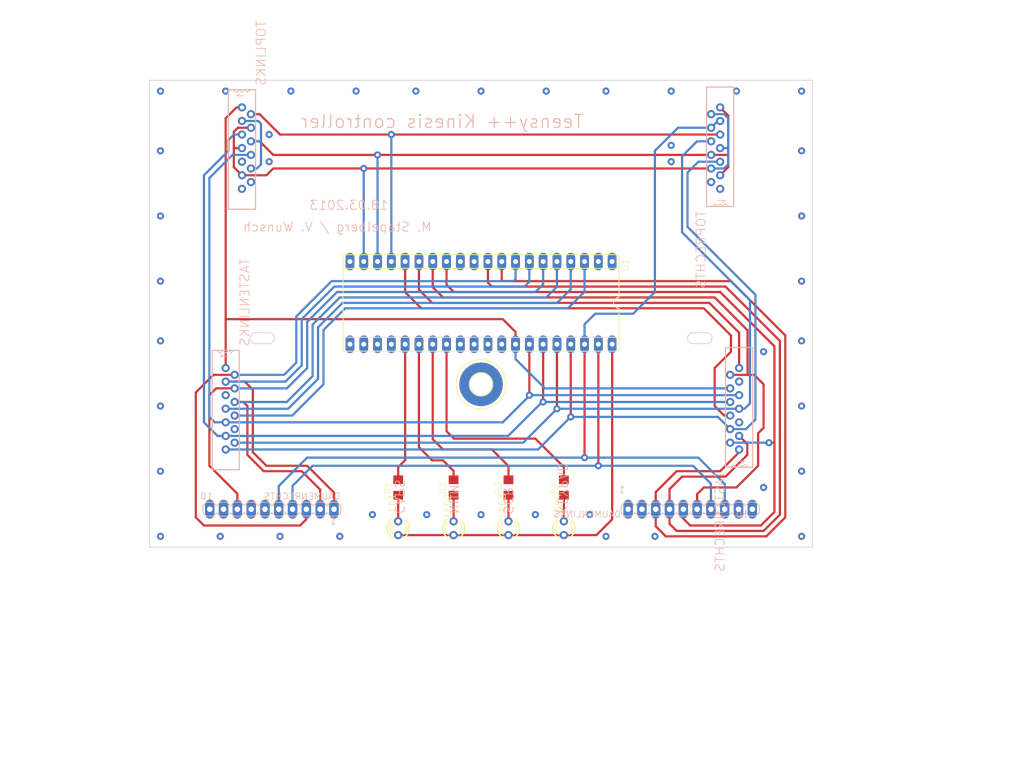
<source format=kicad_pcb>
(kicad_pcb (version 20171130) (host pcbnew "(5.0.2)-1")

  (general
    (thickness 1.6)
    (drawings 48)
    (tracks 337)
    (zones 0)
    (modules 17)
    (nets 34)
  )

  (page A4)
  (layers
    (0 Top signal)
    (1 Route2 signal)
    (2 Route3 signal)
    (3 Route4 signal)
    (4 Route5 signal)
    (5 Route6 signal)
    (6 Route7 signal)
    (7 Route8 signal)
    (8 Route9 signal)
    (9 Route10 signal)
    (10 Route11 signal)
    (11 Route12 signal)
    (12 Route13 signal)
    (13 Route14 signal)
    (14 Route15 signal)
    (31 Bottom signal)
    (32 B.Adhes user)
    (33 F.Adhes user)
    (34 B.Paste user)
    (35 F.Paste user)
    (36 B.SilkS user)
    (37 F.SilkS user)
    (38 B.Mask user)
    (39 F.Mask user)
    (40 Dwgs.User user)
    (41 Cmts.User user)
    (42 Eco1.User user)
    (43 Eco2.User user)
    (44 Edge.Cuts user)
    (45 Margin user)
    (46 B.CrtYd user)
    (47 F.CrtYd user)
    (48 B.Fab user)
    (49 F.Fab user)
  )

  (setup
    (last_trace_width 0.25)
    (trace_clearance 0.2)
    (zone_clearance 0.508)
    (zone_45_only no)
    (trace_min 0.2)
    (segment_width 0.2)
    (edge_width 0.15)
    (via_size 0.8)
    (via_drill 0.4)
    (via_min_size 0.4)
    (via_min_drill 0.3)
    (uvia_size 0.3)
    (uvia_drill 0.1)
    (uvias_allowed no)
    (uvia_min_size 0.2)
    (uvia_min_drill 0.1)
    (pcb_text_width 0.3)
    (pcb_text_size 1.5 1.5)
    (mod_edge_width 0.15)
    (mod_text_size 1 1)
    (mod_text_width 0.15)
    (pad_size 1.524 1.524)
    (pad_drill 0.762)
    (pad_to_mask_clearance 0.2)
    (solder_mask_min_width 0.25)
    (aux_axis_origin 0 0)
    (visible_elements 7FFFFFFF)
    (pcbplotparams
      (layerselection 0x010fc_ffffffff)
      (usegerberextensions false)
      (usegerberattributes false)
      (usegerberadvancedattributes false)
      (creategerberjobfile false)
      (excludeedgelayer true)
      (linewidth 0.100000)
      (plotframeref false)
      (viasonmask false)
      (mode 1)
      (useauxorigin false)
      (hpglpennumber 1)
      (hpglpenspeed 20)
      (hpglpendiameter 15.000000)
      (psnegative false)
      (psa4output false)
      (plotreference true)
      (plotvalue true)
      (plotinvisibletext false)
      (padsonsilk false)
      (subtractmaskfromsilk false)
      (outputformat 1)
      (mirror false)
      (drillshape 1)
      (scaleselection 1)
      (outputdirectory ""))
  )

  (net 0 "")
  (net 1 GND)
  (net 2 C0)
  (net 3 C1)
  (net 4 C3)
  (net 5 C6)
  (net 6 C2)
  (net 7 C5)
  (net 8 C4)
  (net 9 D2)
  (net 10 D3)
  (net 11 D4)
  (net 12 D5)
  (net 13 D6)
  (net 14 D7)
  (net 15 B0)
  (net 16 B1)
  (net 17 B2)
  (net 18 B4)
  (net 19 B5)
  (net 20 B6)
  (net 21 D0)
  (net 22 B3)
  (net 23 D1)
  (net 24 N$1)
  (net 25 N$7)
  (net 26 N$8)
  (net 27 N$9)
  (net 28 N$10)
  (net 29 N$11)
  (net 30 N$14)
  (net 31 N$15)
  (net 32 N$16)
  (net 33 N$17)

  (net_class Default "This is the default net class."
    (clearance 0.2)
    (trace_width 0.25)
    (via_dia 0.8)
    (via_drill 0.4)
    (uvia_dia 0.3)
    (uvia_drill 0.1)
    (add_net B0)
    (add_net B1)
    (add_net B2)
    (add_net B3)
    (add_net B4)
    (add_net B5)
    (add_net B6)
    (add_net C0)
    (add_net C1)
    (add_net C2)
    (add_net C3)
    (add_net C4)
    (add_net C5)
    (add_net C6)
    (add_net D0)
    (add_net D1)
    (add_net D2)
    (add_net D3)
    (add_net D4)
    (add_net D5)
    (add_net D6)
    (add_net D7)
    (add_net GND)
    (add_net N$1)
    (add_net N$10)
    (add_net N$11)
    (add_net N$14)
    (add_net N$15)
    (add_net N$16)
    (add_net N$17)
    (add_net N$7)
    (add_net N$8)
    (add_net N$9)
  )

  (module "" (layer Top) (tedit 0) (tstamp 0)
    (at 148.5011 86.5036)
    (fp_text reference @HOLE0 (at 0 0) (layer F.SilkS) hide
      (effects (font (size 1.27 1.27) (thickness 0.15)))
    )
    (fp_text value "" (at 0 0) (layer F.SilkS)
      (effects (font (size 1.27 1.27) (thickness 0.15)))
    )
    (pad "" np_thru_hole circle (at 0 0) (size 6.4 6.4) (drill 6.4) (layers *.Cu))
  )

  (module MA10-1 (layer Bottom) (tedit 0) (tstamp 5C6AFE3C)
    (at 110.0011 141.0036 180)
    (descr "<b>PIN HEADER</b>")
    (fp_text reference DAUMENRECHTS (at -12.7 1.651) (layer B.SilkS)
      (effects (font (size 1.2065 1.2065) (thickness 0.12065)) (justify left bottom mirror))
    )
    (fp_text value "" (at 1.27 -2.921) (layer B.Fab)
      (effects (font (size 1.2065 1.2065) (thickness 0.12065)) (justify left bottom mirror))
    )
    (fp_poly (pts (xy 8.636 -0.254) (xy 9.144 -0.254) (xy 9.144 0.254) (xy 8.636 0.254)) (layer B.Fab) (width 0))
    (fp_poly (pts (xy 11.176 -0.254) (xy 11.684 -0.254) (xy 11.684 0.254) (xy 11.176 0.254)) (layer B.Fab) (width 0))
    (fp_poly (pts (xy 6.096 -0.254) (xy 6.604 -0.254) (xy 6.604 0.254) (xy 6.096 0.254)) (layer B.Fab) (width 0))
    (fp_poly (pts (xy 3.556 -0.254) (xy 4.064 -0.254) (xy 4.064 0.254) (xy 3.556 0.254)) (layer B.Fab) (width 0))
    (fp_poly (pts (xy -1.524 -0.254) (xy -1.016 -0.254) (xy -1.016 0.254) (xy -1.524 0.254)) (layer B.Fab) (width 0))
    (fp_poly (pts (xy 1.016 -0.254) (xy 1.524 -0.254) (xy 1.524 0.254) (xy 1.016 0.254)) (layer B.Fab) (width 0))
    (fp_poly (pts (xy -4.064 -0.254) (xy -3.556 -0.254) (xy -3.556 0.254) (xy -4.064 0.254)) (layer B.Fab) (width 0))
    (fp_poly (pts (xy -6.604 -0.254) (xy -6.096 -0.254) (xy -6.096 0.254) (xy -6.604 0.254)) (layer B.Fab) (width 0))
    (fp_poly (pts (xy -11.684 -0.254) (xy -11.176 -0.254) (xy -11.176 0.254) (xy -11.684 0.254)) (layer B.Fab) (width 0))
    (fp_poly (pts (xy -9.144 -0.254) (xy -8.636 -0.254) (xy -8.636 0.254) (xy -9.144 0.254)) (layer B.Fab) (width 0))
    (fp_text user 10 (at 10.795 1.651 180) (layer B.SilkS)
      (effects (font (size 1.2065 1.2065) (thickness 0.127)) (justify left bottom mirror))
    )
    (fp_text user 1 (at -11.938 -2.921 180) (layer B.SilkS)
      (effects (font (size 1.2065 1.2065) (thickness 0.127)) (justify left bottom mirror))
    )
    (fp_line (start 12.7 0.635) (end 12.7 -0.635) (layer B.SilkS) (width 0.1524))
    (fp_line (start 9.525 -1.27) (end 8.255 -1.27) (layer B.SilkS) (width 0.1524))
    (fp_line (start 7.62 -0.635) (end 8.255 -1.27) (layer B.SilkS) (width 0.1524))
    (fp_line (start 8.255 1.27) (end 7.62 0.635) (layer B.SilkS) (width 0.1524))
    (fp_line (start 10.795 -1.27) (end 10.16 -0.635) (layer B.SilkS) (width 0.1524))
    (fp_line (start 12.065 -1.27) (end 10.795 -1.27) (layer B.SilkS) (width 0.1524))
    (fp_line (start 12.7 -0.635) (end 12.065 -1.27) (layer B.SilkS) (width 0.1524))
    (fp_line (start 12.065 1.27) (end 12.7 0.635) (layer B.SilkS) (width 0.1524))
    (fp_line (start 10.795 1.27) (end 12.065 1.27) (layer B.SilkS) (width 0.1524))
    (fp_line (start 10.16 0.635) (end 10.795 1.27) (layer B.SilkS) (width 0.1524))
    (fp_line (start 10.16 -0.635) (end 9.525 -1.27) (layer B.SilkS) (width 0.1524))
    (fp_line (start 9.525 1.27) (end 10.16 0.635) (layer B.SilkS) (width 0.1524))
    (fp_line (start 8.255 1.27) (end 9.525 1.27) (layer B.SilkS) (width 0.1524))
    (fp_line (start 6.985 -1.27) (end 5.715 -1.27) (layer B.SilkS) (width 0.1524))
    (fp_line (start 5.08 -0.635) (end 5.715 -1.27) (layer B.SilkS) (width 0.1524))
    (fp_line (start 5.715 1.27) (end 5.08 0.635) (layer B.SilkS) (width 0.1524))
    (fp_line (start 7.62 -0.635) (end 6.985 -1.27) (layer B.SilkS) (width 0.1524))
    (fp_line (start 6.985 1.27) (end 7.62 0.635) (layer B.SilkS) (width 0.1524))
    (fp_line (start 5.715 1.27) (end 6.985 1.27) (layer B.SilkS) (width 0.1524))
    (fp_line (start 3.175 -1.27) (end 2.54 -0.635) (layer B.SilkS) (width 0.1524))
    (fp_line (start 4.445 -1.27) (end 3.175 -1.27) (layer B.SilkS) (width 0.1524))
    (fp_line (start 5.08 -0.635) (end 4.445 -1.27) (layer B.SilkS) (width 0.1524))
    (fp_line (start 4.445 1.27) (end 5.08 0.635) (layer B.SilkS) (width 0.1524))
    (fp_line (start 3.175 1.27) (end 4.445 1.27) (layer B.SilkS) (width 0.1524))
    (fp_line (start 2.54 0.635) (end 3.175 1.27) (layer B.SilkS) (width 0.1524))
    (fp_line (start -0.635 -1.27) (end -1.905 -1.27) (layer B.SilkS) (width 0.1524))
    (fp_line (start -2.54 -0.635) (end -1.905 -1.27) (layer B.SilkS) (width 0.1524))
    (fp_line (start -1.905 1.27) (end -2.54 0.635) (layer B.SilkS) (width 0.1524))
    (fp_line (start 0.635 -1.27) (end 0 -0.635) (layer B.SilkS) (width 0.1524))
    (fp_line (start 1.905 -1.27) (end 0.635 -1.27) (layer B.SilkS) (width 0.1524))
    (fp_line (start 2.54 -0.635) (end 1.905 -1.27) (layer B.SilkS) (width 0.1524))
    (fp_line (start 1.905 1.27) (end 2.54 0.635) (layer B.SilkS) (width 0.1524))
    (fp_line (start 0.635 1.27) (end 1.905 1.27) (layer B.SilkS) (width 0.1524))
    (fp_line (start 0 0.635) (end 0.635 1.27) (layer B.SilkS) (width 0.1524))
    (fp_line (start 0 -0.635) (end -0.635 -1.27) (layer B.SilkS) (width 0.1524))
    (fp_line (start -0.635 1.27) (end 0 0.635) (layer B.SilkS) (width 0.1524))
    (fp_line (start -1.905 1.27) (end -0.635 1.27) (layer B.SilkS) (width 0.1524))
    (fp_line (start -3.175 -1.27) (end -4.445 -1.27) (layer B.SilkS) (width 0.1524))
    (fp_line (start -5.08 -0.635) (end -4.445 -1.27) (layer B.SilkS) (width 0.1524))
    (fp_line (start -4.445 1.27) (end -5.08 0.635) (layer B.SilkS) (width 0.1524))
    (fp_line (start -2.54 -0.635) (end -3.175 -1.27) (layer B.SilkS) (width 0.1524))
    (fp_line (start -3.175 1.27) (end -2.54 0.635) (layer B.SilkS) (width 0.1524))
    (fp_line (start -4.445 1.27) (end -3.175 1.27) (layer B.SilkS) (width 0.1524))
    (fp_line (start -6.985 -1.27) (end -7.62 -0.635) (layer B.SilkS) (width 0.1524))
    (fp_line (start -5.715 -1.27) (end -6.985 -1.27) (layer B.SilkS) (width 0.1524))
    (fp_line (start -5.08 -0.635) (end -5.715 -1.27) (layer B.SilkS) (width 0.1524))
    (fp_line (start -5.715 1.27) (end -5.08 0.635) (layer B.SilkS) (width 0.1524))
    (fp_line (start -6.985 1.27) (end -5.715 1.27) (layer B.SilkS) (width 0.1524))
    (fp_line (start -7.62 0.635) (end -6.985 1.27) (layer B.SilkS) (width 0.1524))
    (fp_line (start -10.795 -1.27) (end -12.065 -1.27) (layer B.SilkS) (width 0.1524))
    (fp_line (start -12.7 -0.635) (end -12.065 -1.27) (layer B.SilkS) (width 0.1524))
    (fp_line (start -12.065 1.27) (end -12.7 0.635) (layer B.SilkS) (width 0.1524))
    (fp_line (start -12.7 0.635) (end -12.7 -0.635) (layer B.SilkS) (width 0.1524))
    (fp_line (start -9.525 -1.27) (end -10.16 -0.635) (layer B.SilkS) (width 0.1524))
    (fp_line (start -8.255 -1.27) (end -9.525 -1.27) (layer B.SilkS) (width 0.1524))
    (fp_line (start -7.62 -0.635) (end -8.255 -1.27) (layer B.SilkS) (width 0.1524))
    (fp_line (start -8.255 1.27) (end -7.62 0.635) (layer B.SilkS) (width 0.1524))
    (fp_line (start -9.525 1.27) (end -8.255 1.27) (layer B.SilkS) (width 0.1524))
    (fp_line (start -10.16 0.635) (end -9.525 1.27) (layer B.SilkS) (width 0.1524))
    (fp_line (start -10.16 -0.635) (end -10.795 -1.27) (layer B.SilkS) (width 0.1524))
    (fp_line (start -10.795 1.27) (end -10.16 0.635) (layer B.SilkS) (width 0.1524))
    (fp_line (start -12.065 1.27) (end -10.795 1.27) (layer B.SilkS) (width 0.1524))
    (pad 10 thru_hole oval (at 11.43 0 90) (size 3.4544 1.7272) (drill 1.016) (layers *.Cu *.Mask)
      (solder_mask_margin 0.1016))
    (pad 9 thru_hole oval (at 8.89 0 90) (size 3.4544 1.7272) (drill 1.016) (layers *.Cu *.Mask)
      (solder_mask_margin 0.1016))
    (pad 8 thru_hole oval (at 6.35 0 90) (size 3.4544 1.7272) (drill 1.016) (layers *.Cu *.Mask)
      (net 10 D3) (solder_mask_margin 0.1016))
    (pad 7 thru_hole oval (at 3.81 0 90) (size 3.4544 1.7272) (drill 1.016) (layers *.Cu *.Mask)
      (solder_mask_margin 0.1016))
    (pad 6 thru_hole oval (at 1.27 0 90) (size 3.4544 1.7272) (drill 1.016) (layers *.Cu *.Mask)
      (solder_mask_margin 0.1016))
    (pad 5 thru_hole oval (at -1.27 0 90) (size 3.4544 1.7272) (drill 1.016) (layers *.Cu *.Mask)
      (net 19 B5) (solder_mask_margin 0.1016))
    (pad 4 thru_hole oval (at -3.81 0 90) (size 3.4544 1.7272) (drill 1.016) (layers *.Cu *.Mask)
      (net 20 B6) (solder_mask_margin 0.1016))
    (pad 3 thru_hole oval (at -6.35 0 90) (size 3.4544 1.7272) (drill 1.016) (layers *.Cu *.Mask)
      (net 12 D5) (solder_mask_margin 0.1016))
    (pad 2 thru_hole oval (at -8.89 0 90) (size 3.4544 1.7272) (drill 1.016) (layers *.Cu *.Mask)
      (net 9 D2) (solder_mask_margin 0.1016))
    (pad 1 thru_hole oval (at -11.43 0 90) (size 3.4544 1.7272) (drill 1.016) (layers *.Cu *.Mask)
      (net 11 D4) (solder_mask_margin 0.1016))
  )

  (module MA10-1 (layer Bottom) (tedit 0) (tstamp 5C6AFE93)
    (at 187.0011 141.0036)
    (descr "<b>PIN HEADER</b>")
    (fp_text reference DAUMENLINKS (at -12.7 1.651) (layer B.SilkS)
      (effects (font (size 1.2065 1.2065) (thickness 0.12065)) (justify left bottom mirror))
    )
    (fp_text value "" (at 1.27 -2.921) (layer B.Fab)
      (effects (font (size 1.2065 1.2065) (thickness 0.12065)) (justify right top mirror))
    )
    (fp_poly (pts (xy 8.636 -0.254) (xy 9.144 -0.254) (xy 9.144 0.254) (xy 8.636 0.254)) (layer B.Fab) (width 0))
    (fp_poly (pts (xy 11.176 -0.254) (xy 11.684 -0.254) (xy 11.684 0.254) (xy 11.176 0.254)) (layer B.Fab) (width 0))
    (fp_poly (pts (xy 6.096 -0.254) (xy 6.604 -0.254) (xy 6.604 0.254) (xy 6.096 0.254)) (layer B.Fab) (width 0))
    (fp_poly (pts (xy 3.556 -0.254) (xy 4.064 -0.254) (xy 4.064 0.254) (xy 3.556 0.254)) (layer B.Fab) (width 0))
    (fp_poly (pts (xy -1.524 -0.254) (xy -1.016 -0.254) (xy -1.016 0.254) (xy -1.524 0.254)) (layer B.Fab) (width 0))
    (fp_poly (pts (xy 1.016 -0.254) (xy 1.524 -0.254) (xy 1.524 0.254) (xy 1.016 0.254)) (layer B.Fab) (width 0))
    (fp_poly (pts (xy -4.064 -0.254) (xy -3.556 -0.254) (xy -3.556 0.254) (xy -4.064 0.254)) (layer B.Fab) (width 0))
    (fp_poly (pts (xy -6.604 -0.254) (xy -6.096 -0.254) (xy -6.096 0.254) (xy -6.604 0.254)) (layer B.Fab) (width 0))
    (fp_poly (pts (xy -11.684 -0.254) (xy -11.176 -0.254) (xy -11.176 0.254) (xy -11.684 0.254)) (layer B.Fab) (width 0))
    (fp_poly (pts (xy -9.144 -0.254) (xy -8.636 -0.254) (xy -8.636 0.254) (xy -9.144 0.254)) (layer B.Fab) (width 0))
    (fp_text user 10 (at 10.795 1.651) (layer B.SilkS)
      (effects (font (size 1.2065 1.2065) (thickness 0.127)) (justify left bottom mirror))
    )
    (fp_text user 1 (at -11.938 -2.921) (layer B.SilkS)
      (effects (font (size 1.2065 1.2065) (thickness 0.127)) (justify left bottom mirror))
    )
    (fp_line (start 12.7 0.635) (end 12.7 -0.635) (layer B.SilkS) (width 0.1524))
    (fp_line (start 9.525 -1.27) (end 8.255 -1.27) (layer B.SilkS) (width 0.1524))
    (fp_line (start 7.62 -0.635) (end 8.255 -1.27) (layer B.SilkS) (width 0.1524))
    (fp_line (start 8.255 1.27) (end 7.62 0.635) (layer B.SilkS) (width 0.1524))
    (fp_line (start 10.795 -1.27) (end 10.16 -0.635) (layer B.SilkS) (width 0.1524))
    (fp_line (start 12.065 -1.27) (end 10.795 -1.27) (layer B.SilkS) (width 0.1524))
    (fp_line (start 12.7 -0.635) (end 12.065 -1.27) (layer B.SilkS) (width 0.1524))
    (fp_line (start 12.065 1.27) (end 12.7 0.635) (layer B.SilkS) (width 0.1524))
    (fp_line (start 10.795 1.27) (end 12.065 1.27) (layer B.SilkS) (width 0.1524))
    (fp_line (start 10.16 0.635) (end 10.795 1.27) (layer B.SilkS) (width 0.1524))
    (fp_line (start 10.16 -0.635) (end 9.525 -1.27) (layer B.SilkS) (width 0.1524))
    (fp_line (start 9.525 1.27) (end 10.16 0.635) (layer B.SilkS) (width 0.1524))
    (fp_line (start 8.255 1.27) (end 9.525 1.27) (layer B.SilkS) (width 0.1524))
    (fp_line (start 6.985 -1.27) (end 5.715 -1.27) (layer B.SilkS) (width 0.1524))
    (fp_line (start 5.08 -0.635) (end 5.715 -1.27) (layer B.SilkS) (width 0.1524))
    (fp_line (start 5.715 1.27) (end 5.08 0.635) (layer B.SilkS) (width 0.1524))
    (fp_line (start 7.62 -0.635) (end 6.985 -1.27) (layer B.SilkS) (width 0.1524))
    (fp_line (start 6.985 1.27) (end 7.62 0.635) (layer B.SilkS) (width 0.1524))
    (fp_line (start 5.715 1.27) (end 6.985 1.27) (layer B.SilkS) (width 0.1524))
    (fp_line (start 3.175 -1.27) (end 2.54 -0.635) (layer B.SilkS) (width 0.1524))
    (fp_line (start 4.445 -1.27) (end 3.175 -1.27) (layer B.SilkS) (width 0.1524))
    (fp_line (start 5.08 -0.635) (end 4.445 -1.27) (layer B.SilkS) (width 0.1524))
    (fp_line (start 4.445 1.27) (end 5.08 0.635) (layer B.SilkS) (width 0.1524))
    (fp_line (start 3.175 1.27) (end 4.445 1.27) (layer B.SilkS) (width 0.1524))
    (fp_line (start 2.54 0.635) (end 3.175 1.27) (layer B.SilkS) (width 0.1524))
    (fp_line (start -0.635 -1.27) (end -1.905 -1.27) (layer B.SilkS) (width 0.1524))
    (fp_line (start -2.54 -0.635) (end -1.905 -1.27) (layer B.SilkS) (width 0.1524))
    (fp_line (start -1.905 1.27) (end -2.54 0.635) (layer B.SilkS) (width 0.1524))
    (fp_line (start 0.635 -1.27) (end 0 -0.635) (layer B.SilkS) (width 0.1524))
    (fp_line (start 1.905 -1.27) (end 0.635 -1.27) (layer B.SilkS) (width 0.1524))
    (fp_line (start 2.54 -0.635) (end 1.905 -1.27) (layer B.SilkS) (width 0.1524))
    (fp_line (start 1.905 1.27) (end 2.54 0.635) (layer B.SilkS) (width 0.1524))
    (fp_line (start 0.635 1.27) (end 1.905 1.27) (layer B.SilkS) (width 0.1524))
    (fp_line (start 0 0.635) (end 0.635 1.27) (layer B.SilkS) (width 0.1524))
    (fp_line (start 0 -0.635) (end -0.635 -1.27) (layer B.SilkS) (width 0.1524))
    (fp_line (start -0.635 1.27) (end 0 0.635) (layer B.SilkS) (width 0.1524))
    (fp_line (start -1.905 1.27) (end -0.635 1.27) (layer B.SilkS) (width 0.1524))
    (fp_line (start -3.175 -1.27) (end -4.445 -1.27) (layer B.SilkS) (width 0.1524))
    (fp_line (start -5.08 -0.635) (end -4.445 -1.27) (layer B.SilkS) (width 0.1524))
    (fp_line (start -4.445 1.27) (end -5.08 0.635) (layer B.SilkS) (width 0.1524))
    (fp_line (start -2.54 -0.635) (end -3.175 -1.27) (layer B.SilkS) (width 0.1524))
    (fp_line (start -3.175 1.27) (end -2.54 0.635) (layer B.SilkS) (width 0.1524))
    (fp_line (start -4.445 1.27) (end -3.175 1.27) (layer B.SilkS) (width 0.1524))
    (fp_line (start -6.985 -1.27) (end -7.62 -0.635) (layer B.SilkS) (width 0.1524))
    (fp_line (start -5.715 -1.27) (end -6.985 -1.27) (layer B.SilkS) (width 0.1524))
    (fp_line (start -5.08 -0.635) (end -5.715 -1.27) (layer B.SilkS) (width 0.1524))
    (fp_line (start -5.715 1.27) (end -5.08 0.635) (layer B.SilkS) (width 0.1524))
    (fp_line (start -6.985 1.27) (end -5.715 1.27) (layer B.SilkS) (width 0.1524))
    (fp_line (start -7.62 0.635) (end -6.985 1.27) (layer B.SilkS) (width 0.1524))
    (fp_line (start -10.795 -1.27) (end -12.065 -1.27) (layer B.SilkS) (width 0.1524))
    (fp_line (start -12.7 -0.635) (end -12.065 -1.27) (layer B.SilkS) (width 0.1524))
    (fp_line (start -12.065 1.27) (end -12.7 0.635) (layer B.SilkS) (width 0.1524))
    (fp_line (start -12.7 0.635) (end -12.7 -0.635) (layer B.SilkS) (width 0.1524))
    (fp_line (start -9.525 -1.27) (end -10.16 -0.635) (layer B.SilkS) (width 0.1524))
    (fp_line (start -8.255 -1.27) (end -9.525 -1.27) (layer B.SilkS) (width 0.1524))
    (fp_line (start -7.62 -0.635) (end -8.255 -1.27) (layer B.SilkS) (width 0.1524))
    (fp_line (start -8.255 1.27) (end -7.62 0.635) (layer B.SilkS) (width 0.1524))
    (fp_line (start -9.525 1.27) (end -8.255 1.27) (layer B.SilkS) (width 0.1524))
    (fp_line (start -10.16 0.635) (end -9.525 1.27) (layer B.SilkS) (width 0.1524))
    (fp_line (start -10.16 -0.635) (end -10.795 -1.27) (layer B.SilkS) (width 0.1524))
    (fp_line (start -10.795 1.27) (end -10.16 0.635) (layer B.SilkS) (width 0.1524))
    (fp_line (start -12.065 1.27) (end -10.795 1.27) (layer B.SilkS) (width 0.1524))
    (pad 10 thru_hole oval (at 11.43 0 270) (size 3.4544 1.7272) (drill 1.016) (layers *.Cu *.Mask)
      (solder_mask_margin 0.1016))
    (pad 9 thru_hole oval (at 8.89 0 270) (size 3.4544 1.7272) (drill 1.016) (layers *.Cu *.Mask)
      (solder_mask_margin 0.1016))
    (pad 8 thru_hole oval (at 6.35 0 270) (size 3.4544 1.7272) (drill 1.016) (layers *.Cu *.Mask)
      (net 19 B5) (solder_mask_margin 0.1016))
    (pad 7 thru_hole oval (at 3.81 0 270) (size 3.4544 1.7272) (drill 1.016) (layers *.Cu *.Mask)
      (net 20 B6) (solder_mask_margin 0.1016))
    (pad 6 thru_hole oval (at 1.27 0 270) (size 3.4544 1.7272) (drill 1.016) (layers *.Cu *.Mask)
      (net 3 C1) (solder_mask_margin 0.1016))
    (pad 5 thru_hole oval (at -1.27 0 270) (size 3.4544 1.7272) (drill 1.016) (layers *.Cu *.Mask)
      (net 2 C0) (solder_mask_margin 0.1016))
    (pad 4 thru_hole oval (at -3.81 0 270) (size 3.4544 1.7272) (drill 1.016) (layers *.Cu *.Mask)
      (net 14 D7) (solder_mask_margin 0.1016))
    (pad 3 thru_hole oval (at -6.35 0 270) (size 3.4544 1.7272) (drill 1.016) (layers *.Cu *.Mask)
      (net 13 D6) (solder_mask_margin 0.1016))
    (pad 2 thru_hole oval (at -8.89 0 270) (size 3.4544 1.7272) (drill 1.016) (layers *.Cu *.Mask)
      (solder_mask_margin 0.1016))
    (pad 1 thru_hole oval (at -11.43 0 270) (size 3.4544 1.7272) (drill 1.016) (layers *.Cu *.Mask)
      (solder_mask_margin 0.1016))
  )

  (module TEENSY++ (layer Top) (tedit 0) (tstamp 5C6AFEEA)
    (at 148.5011 103.0036 180)
    (descr "teensy ++")
    (fp_text reference U1 (at -25.908 8.255 90) (layer F.SilkS)
      (effects (font (size 1.2065 1.2065) (thickness 0.12065)) (justify right top))
    )
    (fp_text value C-TEENSY++ (at -22.225 4.445) (layer F.Fab)
      (effects (font (size 1.2065 1.2065) (thickness 0.12065)) (justify left bottom))
    )
    (fp_line (start -25.4 -6.35) (end 25.4 -6.35) (layer F.SilkS) (width 0.1524))
    (fp_line (start 25.4 6.35) (end 25.4 8.89) (layer F.SilkS) (width 0.1524))
    (fp_line (start -25.4 6.35) (end -25.4 1.016) (layer F.SilkS) (width 0.1524))
    (fp_line (start -25.4 6.35) (end 25.4 6.35) (layer F.SilkS) (width 0.1524))
    (fp_line (start 25.4 -6.35) (end 25.4 6.35) (layer F.SilkS) (width 0.1524))
    (fp_line (start -25.4 -6.35) (end -25.4 -1.016) (layer F.SilkS) (width 0.1524))
    (fp_arc (start -25.4 0) (end -25.4 -1.016) (angle 180) (layer F.SilkS) (width 0.1524))
    (fp_line (start -25.4 8.89) (end -25.4 6.35) (layer F.SilkS) (width 0.1524))
    (fp_line (start -25.4 -8.89) (end -25.4 -6.35) (layer F.SilkS) (width 0.1524))
    (fp_line (start 25.4 -8.89) (end 25.4 -6.35) (layer F.SilkS) (width 0.1524))
    (fp_line (start -25.4 8.89) (end 25.4 8.89) (layer F.SilkS) (width 0.1524))
    (fp_line (start 25.4 -8.89) (end -25.4 -8.89) (layer F.SilkS) (width 0.1524))
    (pad +5V thru_hole oval (at -24.13 -7.62 270) (size 3.2224 1.6112) (drill 0.9) (layers *.Cu *.Mask)
      (net 29 N$11) (solder_mask_margin 0.1016))
    (pad B6 thru_hole oval (at -21.59 -7.62 270) (size 3.2224 1.6112) (drill 0.9) (layers *.Cu *.Mask)
      (net 20 B6) (solder_mask_margin 0.1016))
    (pad B5 thru_hole oval (at -19.05 -7.62 270) (size 3.2224 1.6112) (drill 0.9) (layers *.Cu *.Mask)
      (net 19 B5) (solder_mask_margin 0.1016))
    (pad B4 thru_hole oval (at -16.51 -7.62 270) (size 3.2224 1.6112) (drill 0.9) (layers *.Cu *.Mask)
      (net 18 B4) (solder_mask_margin 0.1016))
    (pad B3 thru_hole oval (at -13.97 -7.62 270) (size 3.2224 1.6112) (drill 0.9) (layers *.Cu *.Mask)
      (net 22 B3) (solder_mask_margin 0.1016))
    (pad B2 thru_hole oval (at -11.43 -7.62 270) (size 3.2224 1.6112) (drill 0.9) (layers *.Cu *.Mask)
      (net 17 B2) (solder_mask_margin 0.1016))
    (pad B1 thru_hole oval (at -8.89 -7.62 270) (size 3.2224 1.6112) (drill 0.9) (layers *.Cu *.Mask)
      (net 16 B1) (solder_mask_margin 0.1016))
    (pad B0 thru_hole oval (at -6.35 -7.62 270) (size 3.2224 1.6112) (drill 0.9) (layers *.Cu *.Mask)
      (net 15 B0) (solder_mask_margin 0.1016))
    (pad E7 thru_hole oval (at -3.81 -7.62 270) (size 3.2224 1.6112) (drill 0.9) (layers *.Cu *.Mask)
      (solder_mask_margin 0.1016))
    (pad E6 thru_hole oval (at -1.27 -7.62 270) (size 3.2224 1.6112) (drill 0.9) (layers *.Cu *.Mask)
      (solder_mask_margin 0.1016))
    (pad GRND1 thru_hole oval (at 1.27 -7.62 270) (size 3.2224 1.6112) (drill 0.9) (layers *.Cu *.Mask)
      (net 1 GND) (solder_mask_margin 0.1016))
    (pad REF thru_hole oval (at 3.81 -7.62 270) (size 3.2224 1.6112) (drill 0.9) (layers *.Cu *.Mask)
      (solder_mask_margin 0.1016))
    (pad F0 thru_hole oval (at 6.35 -7.62 270) (size 3.2224 1.6112) (drill 0.9) (layers *.Cu *.Mask)
      (net 28 N$10) (solder_mask_margin 0.1016))
    (pad F1 thru_hole oval (at 8.89 -7.62 270) (size 3.2224 1.6112) (drill 0.9) (layers *.Cu *.Mask)
      (net 27 N$9) (solder_mask_margin 0.1016))
    (pad F2 thru_hole oval (at 11.43 -7.62 270) (size 3.2224 1.6112) (drill 0.9) (layers *.Cu *.Mask)
      (net 26 N$8) (solder_mask_margin 0.1016))
    (pad F3 thru_hole oval (at 13.97 -7.62 270) (size 3.2224 1.6112) (drill 0.9) (layers *.Cu *.Mask)
      (net 25 N$7) (solder_mask_margin 0.1016))
    (pad F4 thru_hole oval (at 16.51 -7.62 270) (size 3.2224 1.6112) (drill 0.9) (layers *.Cu *.Mask)
      (solder_mask_margin 0.1016))
    (pad F5 thru_hole oval (at 19.05 -7.62 270) (size 3.2224 1.6112) (drill 0.9) (layers *.Cu *.Mask)
      (solder_mask_margin 0.1016))
    (pad F6 thru_hole oval (at 21.59 -7.62 270) (size 3.2224 1.6112) (drill 0.9) (layers *.Cu *.Mask)
      (solder_mask_margin 0.1016))
    (pad F7 thru_hole oval (at 24.13 -7.62 270) (size 3.2224 1.6112) (drill 0.9) (layers *.Cu *.Mask)
      (solder_mask_margin 0.1016))
    (pad C7 thru_hole oval (at 24.13 7.62 270) (size 3.2224 1.6112) (drill 0.9) (layers *.Cu *.Mask)
      (solder_mask_margin 0.1016))
    (pad C6 thru_hole oval (at 21.59 7.62 270) (size 3.2224 1.6112) (drill 0.9) (layers *.Cu *.Mask)
      (net 5 C6) (solder_mask_margin 0.1016))
    (pad C5 thru_hole oval (at 19.05 7.62 270) (size 3.2224 1.6112) (drill 0.9) (layers *.Cu *.Mask)
      (net 7 C5) (solder_mask_margin 0.1016))
    (pad C4 thru_hole oval (at 16.51 7.62 270) (size 3.2224 1.6112) (drill 0.9) (layers *.Cu *.Mask)
      (net 8 C4) (solder_mask_margin 0.1016))
    (pad C3 thru_hole oval (at 13.97 7.62 270) (size 3.2224 1.6112) (drill 0.9) (layers *.Cu *.Mask)
      (net 4 C3) (solder_mask_margin 0.1016))
    (pad C2 thru_hole oval (at 11.43 7.62 270) (size 3.2224 1.6112) (drill 0.9) (layers *.Cu *.Mask)
      (net 6 C2) (solder_mask_margin 0.1016))
    (pad C1 thru_hole oval (at 8.89 7.62 270) (size 3.2224 1.6112) (drill 0.9) (layers *.Cu *.Mask)
      (net 3 C1) (solder_mask_margin 0.1016))
    (pad C0 thru_hole oval (at 6.35 7.62 270) (size 3.2224 1.6112) (drill 0.9) (layers *.Cu *.Mask)
      (net 2 C0) (solder_mask_margin 0.1016))
    (pad E1 thru_hole oval (at 3.81 7.62 270) (size 3.2224 1.6112) (drill 0.9) (layers *.Cu *.Mask)
      (solder_mask_margin 0.1016))
    (pad E0 thru_hole oval (at 1.27 7.62 270) (size 3.2224 1.6112) (drill 0.9) (layers *.Cu *.Mask)
      (solder_mask_margin 0.1016))
    (pad D7 thru_hole oval (at -1.27 7.62 270) (size 3.2224 1.6112) (drill 0.9) (layers *.Cu *.Mask)
      (net 14 D7) (solder_mask_margin 0.1016))
    (pad D6 thru_hole oval (at -3.81 7.62 270) (size 3.2224 1.6112) (drill 0.9) (layers *.Cu *.Mask)
      (net 13 D6) (solder_mask_margin 0.1016))
    (pad D5 thru_hole oval (at -6.35 7.62 270) (size 3.2224 1.6112) (drill 0.9) (layers *.Cu *.Mask)
      (net 12 D5) (solder_mask_margin 0.1016))
    (pad D4 thru_hole oval (at -8.89 7.62 270) (size 3.2224 1.6112) (drill 0.9) (layers *.Cu *.Mask)
      (net 11 D4) (solder_mask_margin 0.1016))
    (pad D1 thru_hole oval (at -16.51 7.62 270) (size 3.2224 1.6112) (drill 0.9) (layers *.Cu *.Mask)
      (net 23 D1) (solder_mask_margin 0.1016))
    (pad D0 thru_hole oval (at -19.05 7.62 270) (size 3.2224 1.6112) (drill 0.9) (layers *.Cu *.Mask)
      (net 21 D0) (solder_mask_margin 0.1016))
    (pad D3 thru_hole oval (at -11.43 7.62 270) (size 3.2224 1.6112) (drill 0.9) (layers *.Cu *.Mask)
      (net 10 D3) (solder_mask_margin 0.1016))
    (pad D2 thru_hole oval (at -13.97 7.62 270) (size 3.2224 1.6112) (drill 0.9) (layers *.Cu *.Mask)
      (net 9 D2) (solder_mask_margin 0.1016))
    (pad B7 thru_hole oval (at -21.59 7.62 270) (size 3.2224 1.6112) (drill 0.9) (layers *.Cu *.Mask)
      (solder_mask_margin 0.1016))
    (pad GND thru_hole oval (at -24.13 7.62 270) (size 3.2224 1.6112) (drill 0.9) (layers *.Cu *.Mask)
      (net 24 N$1) (solder_mask_margin 0.1016))
  )

  (module 39-53-2135 (layer Bottom) (tedit 0) (tstamp 5C6AFF21)
    (at 196.0011 122.5036 90)
    (descr "\"1.25 FPC CONN ASSY ZF 13\"")
    (fp_text reference TASTENRECHTS (at -11.4208 -2.5324 90) (layer B.SilkS)
      (effects (font (size 1.6891 1.6891) (thickness 0.135128)) (justify left bottom mirror))
    )
    (fp_text value 39-53-2355 (at -10.16 3.81 90) (layer B.Fab)
      (effects (font (size 1.6891 1.6891) (thickness 0.135128)) (justify left bottom mirror))
    )
    (fp_poly (pts (xy -10.75 -2.5) (xy 11.25 -2.5) (xy 11.25 2.5) (xy -10.75 2.5)) (layer Dwgs.User) (width 0))
    (fp_line (start 8.85 0.4) (end 9.15 1.25) (layer B.Fab) (width 0.1016))
    (fp_line (start -9.15 1.25) (end -8.85 0.4) (layer B.Fab) (width 0.1016))
    (fp_line (start 9.15 -0.2) (end 8.85 -0.2) (layer B.Fab) (width 0.1016))
    (fp_line (start 9.15 1.25) (end 9.15 -0.2) (layer B.Fab) (width 0.1016))
    (fp_line (start -9.15 1.25) (end 9.15 1.25) (layer B.Fab) (width 0.1016))
    (fp_line (start -9.15 -0.2) (end -9.15 1.25) (layer B.Fab) (width 0.1016))
    (fp_line (start -8.85 -0.2) (end -9.15 -0.2) (layer B.Fab) (width 0.1016))
    (fp_line (start -8.85 0.4) (end -8.85 -0.2) (layer B.Fab) (width 0.1016))
    (fp_line (start 8.85 0.4) (end -8.85 0.4) (layer B.Fab) (width 0.1016))
    (fp_line (start 8.85 -0.2) (end 8.85 0.4) (layer B.Fab) (width 0.1016))
    (fp_line (start -8.85 -0.2) (end 8.85 -0.2) (layer B.Fab) (width 0.1016))
    (fp_line (start -9.65 1) (end -9.65 -0.45) (layer B.SilkS) (width 0.127))
    (fp_line (start -10 0.5) (end -9.65 1) (layer B.SilkS) (width 0.127))
    (fp_line (start -10.2 1.05) (end -10.75 1.5) (layer B.SilkS) (width 0.127))
    (fp_line (start -10.75 0.5) (end -10.2 1.05) (layer B.SilkS) (width 0.127))
    (fp_line (start -10.25 0) (end -10.75 0.5) (layer B.SilkS) (width 0.127))
    (fp_line (start -10.75 -0.5) (end -10.25 0) (layer B.SilkS) (width 0.127))
    (fp_line (start -10.3 -1) (end -10.75 -0.5) (layer B.SilkS) (width 0.127))
    (fp_line (start -10.75 -1.5) (end -10.3 -1) (layer B.SilkS) (width 0.127))
    (fp_line (start -10.75 -1.5) (end -10.75 -2.5) (layer B.SilkS) (width 0.2032))
    (fp_line (start -10.75 -0.5) (end -10.75 -1.5) (layer B.SilkS) (width 0.2032))
    (fp_line (start -10.75 0.5) (end -10.75 -0.5) (layer B.SilkS) (width 0.2032))
    (fp_line (start -10.75 1.5) (end -10.75 0.5) (layer B.SilkS) (width 0.2032))
    (fp_line (start -10.75 2.5) (end -10.75 1.5) (layer B.SilkS) (width 0.2032))
    (fp_line (start 11.25 2.5) (end -10.75 2.5) (layer B.SilkS) (width 0.2032))
    (fp_line (start 11.25 -2.5) (end 11.25 2.5) (layer B.SilkS) (width 0.2032))
    (fp_line (start -10.75 -2.5) (end 11.25 -2.5) (layer B.SilkS) (width 0.2032))
    (pad P$12 thru_hole circle (at 6.25 -1.65 90) (size 1.5112 1.5112) (drill 0.8) (layers *.Cu *.Mask)
      (net 3 C1) (solder_mask_margin 0.1016))
    (pad P$10 thru_hole circle (at 3.75 -1.65 90) (size 1.5112 1.5112) (drill 0.8) (layers *.Cu *.Mask)
      (net 15 B0) (solder_mask_margin 0.1016))
    (pad P$8 thru_hole circle (at 1.25 -1.65 90) (size 1.5112 1.5112) (drill 0.8) (layers *.Cu *.Mask)
      (net 17 B2) (solder_mask_margin 0.1016))
    (pad P$6 thru_hole circle (at -1.25 -1.65 90) (size 1.5112 1.5112) (drill 0.8) (layers *.Cu *.Mask)
      (net 4 C3) (solder_mask_margin 0.1016))
    (pad P$4 thru_hole circle (at -3.75 -1.65 90) (size 1.5112 1.5112) (drill 0.8) (layers *.Cu *.Mask)
      (net 18 B4) (solder_mask_margin 0.1016))
    (pad P$2 thru_hole circle (at -6.25 -1.65 90) (size 1.5112 1.5112) (drill 0.8) (layers *.Cu *.Mask)
      (net 2 C0) (solder_mask_margin 0.1016))
    (pad P$13 thru_hole circle (at 7.5 0 90) (size 1.5112 1.5112) (drill 0.8) (layers *.Cu *.Mask)
      (net 6 C2) (solder_mask_margin 0.1016))
    (pad P$11 thru_hole circle (at 5 0 90) (size 1.5112 1.5112) (drill 0.8) (layers *.Cu *.Mask)
      (solder_mask_margin 0.1016))
    (pad P$9 thru_hole circle (at 2.5 0 90) (size 1.5112 1.5112) (drill 0.8) (layers *.Cu *.Mask)
      (net 16 B1) (solder_mask_margin 0.1016))
    (pad P$7 thru_hole circle (at 0 0 90) (size 1.5112 1.5112) (drill 0.8) (layers *.Cu *.Mask)
      (net 22 B3) (solder_mask_margin 0.1016))
    (pad P$5 thru_hole circle (at -2.5 0 90) (size 1.5112 1.5112) (drill 0.8) (layers *.Cu *.Mask)
      (solder_mask_margin 0.1016))
    (pad P$3 thru_hole circle (at -5 0 90) (size 1.5112 1.5112) (drill 0.8) (layers *.Cu *.Mask)
      (net 14 D7) (solder_mask_margin 0.1016))
    (pad P$1 thru_hole circle (at -7.5 0 90) (size 1.5112 1.5112) (drill 0.8) (layers *.Cu *.Mask)
      (net 13 D6) (solder_mask_margin 0.1016))
  )

  (module 39-53-2135 (layer Bottom) (tedit 0) (tstamp 5C6AFF4D)
    (at 192.5011 74.5036 90)
    (descr "\"1.25 FPC CONN ASSY ZF 13\"")
    (fp_text reference TOPRECHTS (at -11.4208 -2.5324 90) (layer B.SilkS)
      (effects (font (size 1.6891 1.6891) (thickness 0.135128)) (justify left bottom mirror))
    )
    (fp_text value 39-53-2355 (at -10.16 3.81 90) (layer B.Fab)
      (effects (font (size 1.6891 1.6891) (thickness 0.135128)) (justify left bottom mirror))
    )
    (fp_poly (pts (xy -10.75 -2.5) (xy 11.25 -2.5) (xy 11.25 2.5) (xy -10.75 2.5)) (layer Dwgs.User) (width 0))
    (fp_line (start 8.85 0.4) (end 9.15 1.25) (layer B.Fab) (width 0.1016))
    (fp_line (start -9.15 1.25) (end -8.85 0.4) (layer B.Fab) (width 0.1016))
    (fp_line (start 9.15 -0.2) (end 8.85 -0.2) (layer B.Fab) (width 0.1016))
    (fp_line (start 9.15 1.25) (end 9.15 -0.2) (layer B.Fab) (width 0.1016))
    (fp_line (start -9.15 1.25) (end 9.15 1.25) (layer B.Fab) (width 0.1016))
    (fp_line (start -9.15 -0.2) (end -9.15 1.25) (layer B.Fab) (width 0.1016))
    (fp_line (start -8.85 -0.2) (end -9.15 -0.2) (layer B.Fab) (width 0.1016))
    (fp_line (start -8.85 0.4) (end -8.85 -0.2) (layer B.Fab) (width 0.1016))
    (fp_line (start 8.85 0.4) (end -8.85 0.4) (layer B.Fab) (width 0.1016))
    (fp_line (start 8.85 -0.2) (end 8.85 0.4) (layer B.Fab) (width 0.1016))
    (fp_line (start -8.85 -0.2) (end 8.85 -0.2) (layer B.Fab) (width 0.1016))
    (fp_line (start -9.65 1) (end -9.65 -0.45) (layer B.SilkS) (width 0.127))
    (fp_line (start -10 0.5) (end -9.65 1) (layer B.SilkS) (width 0.127))
    (fp_line (start -10.2 1.05) (end -10.75 1.5) (layer B.SilkS) (width 0.127))
    (fp_line (start -10.75 0.5) (end -10.2 1.05) (layer B.SilkS) (width 0.127))
    (fp_line (start -10.25 0) (end -10.75 0.5) (layer B.SilkS) (width 0.127))
    (fp_line (start -10.75 -0.5) (end -10.25 0) (layer B.SilkS) (width 0.127))
    (fp_line (start -10.3 -1) (end -10.75 -0.5) (layer B.SilkS) (width 0.127))
    (fp_line (start -10.75 -1.5) (end -10.3 -1) (layer B.SilkS) (width 0.127))
    (fp_line (start -10.75 -1.5) (end -10.75 -2.5) (layer B.SilkS) (width 0.2032))
    (fp_line (start -10.75 -0.5) (end -10.75 -1.5) (layer B.SilkS) (width 0.2032))
    (fp_line (start -10.75 0.5) (end -10.75 -0.5) (layer B.SilkS) (width 0.2032))
    (fp_line (start -10.75 1.5) (end -10.75 0.5) (layer B.SilkS) (width 0.2032))
    (fp_line (start -10.75 2.5) (end -10.75 1.5) (layer B.SilkS) (width 0.2032))
    (fp_line (start 11.25 2.5) (end -10.75 2.5) (layer B.SilkS) (width 0.2032))
    (fp_line (start 11.25 -2.5) (end 11.25 2.5) (layer B.SilkS) (width 0.2032))
    (fp_line (start -10.75 -2.5) (end 11.25 -2.5) (layer B.SilkS) (width 0.2032))
    (pad P$12 thru_hole circle (at 6.25 -1.65 90) (size 1.5112 1.5112) (drill 0.8) (layers *.Cu *.Mask)
      (net 5 C6) (solder_mask_margin 0.1016))
    (pad P$10 thru_hole circle (at 3.75 -1.65 90) (size 1.5112 1.5112) (drill 0.8) (layers *.Cu *.Mask)
      (net 19 B5) (solder_mask_margin 0.1016))
    (pad P$8 thru_hole circle (at 1.25 -1.65 90) (size 1.5112 1.5112) (drill 0.8) (layers *.Cu *.Mask)
      (net 22 B3) (solder_mask_margin 0.1016))
    (pad P$6 thru_hole circle (at -1.25 -1.65 90) (size 1.5112 1.5112) (drill 0.8) (layers *.Cu *.Mask)
      (net 7 C5) (solder_mask_margin 0.1016))
    (pad P$4 thru_hole circle (at -3.75 -1.65 90) (size 1.5112 1.5112) (drill 0.8) (layers *.Cu *.Mask)
      (net 5 C6) (solder_mask_margin 0.1016))
    (pad P$2 thru_hole circle (at -6.25 -1.65 90) (size 1.5112 1.5112) (drill 0.8) (layers *.Cu *.Mask)
      (solder_mask_margin 0.1016))
    (pad P$13 thru_hole circle (at 7.5 0 90) (size 1.5112 1.5112) (drill 0.8) (layers *.Cu *.Mask)
      (net 7 C5) (solder_mask_margin 0.1016))
    (pad P$11 thru_hole circle (at 5 0 90) (size 1.5112 1.5112) (drill 0.8) (layers *.Cu *.Mask)
      (net 19 B5) (solder_mask_margin 0.1016))
    (pad P$9 thru_hole circle (at 2.5 0 90) (size 1.5112 1.5112) (drill 0.8) (layers *.Cu *.Mask)
      (net 8 C4) (solder_mask_margin 0.1016))
    (pad P$7 thru_hole circle (at 0 0 90) (size 1.5112 1.5112) (drill 0.8) (layers *.Cu *.Mask)
      (net 5 C6) (solder_mask_margin 0.1016))
    (pad P$5 thru_hole circle (at -2.5 0 90) (size 1.5112 1.5112) (drill 0.8) (layers *.Cu *.Mask)
      (net 18 B4) (solder_mask_margin 0.1016))
    (pad P$3 thru_hole circle (at -5 0 90) (size 1.5112 1.5112) (drill 0.8) (layers *.Cu *.Mask)
      (net 7 C5) (solder_mask_margin 0.1016))
    (pad P$1 thru_hole circle (at -7.5 0 90) (size 1.5112 1.5112) (drill 0.8) (layers *.Cu *.Mask)
      (solder_mask_margin 0.1016))
  )

  (module 39-53-2135 (layer Bottom) (tedit 0) (tstamp 5C6AFF79)
    (at 104.5011 74.5036 270)
    (descr "\"1.25 FPC CONN ASSY ZF 13\"")
    (fp_text reference TOPLINKS (at -11.4208 -2.5324 90) (layer B.SilkS)
      (effects (font (size 1.6891 1.6891) (thickness 0.135128)) (justify right top mirror))
    )
    (fp_text value 39-53-2355 (at -10.16 3.81 90) (layer B.Fab)
      (effects (font (size 1.6891 1.6891) (thickness 0.135128)) (justify right top mirror))
    )
    (fp_poly (pts (xy -10.75 -2.5) (xy 11.25 -2.5) (xy 11.25 2.5) (xy -10.75 2.5)) (layer Dwgs.User) (width 0))
    (fp_line (start 8.85 0.4) (end 9.15 1.25) (layer B.Fab) (width 0.1016))
    (fp_line (start -9.15 1.25) (end -8.85 0.4) (layer B.Fab) (width 0.1016))
    (fp_line (start 9.15 -0.2) (end 8.85 -0.2) (layer B.Fab) (width 0.1016))
    (fp_line (start 9.15 1.25) (end 9.15 -0.2) (layer B.Fab) (width 0.1016))
    (fp_line (start -9.15 1.25) (end 9.15 1.25) (layer B.Fab) (width 0.1016))
    (fp_line (start -9.15 -0.2) (end -9.15 1.25) (layer B.Fab) (width 0.1016))
    (fp_line (start -8.85 -0.2) (end -9.15 -0.2) (layer B.Fab) (width 0.1016))
    (fp_line (start -8.85 0.4) (end -8.85 -0.2) (layer B.Fab) (width 0.1016))
    (fp_line (start 8.85 0.4) (end -8.85 0.4) (layer B.Fab) (width 0.1016))
    (fp_line (start 8.85 -0.2) (end 8.85 0.4) (layer B.Fab) (width 0.1016))
    (fp_line (start -8.85 -0.2) (end 8.85 -0.2) (layer B.Fab) (width 0.1016))
    (fp_line (start -9.65 1) (end -9.65 -0.45) (layer B.SilkS) (width 0.127))
    (fp_line (start -10 0.5) (end -9.65 1) (layer B.SilkS) (width 0.127))
    (fp_line (start -10.2 1.05) (end -10.75 1.5) (layer B.SilkS) (width 0.127))
    (fp_line (start -10.75 0.5) (end -10.2 1.05) (layer B.SilkS) (width 0.127))
    (fp_line (start -10.25 0) (end -10.75 0.5) (layer B.SilkS) (width 0.127))
    (fp_line (start -10.75 -0.5) (end -10.25 0) (layer B.SilkS) (width 0.127))
    (fp_line (start -10.3 -1) (end -10.75 -0.5) (layer B.SilkS) (width 0.127))
    (fp_line (start -10.75 -1.5) (end -10.3 -1) (layer B.SilkS) (width 0.127))
    (fp_line (start -10.75 -1.5) (end -10.75 -2.5) (layer B.SilkS) (width 0.2032))
    (fp_line (start -10.75 -0.5) (end -10.75 -1.5) (layer B.SilkS) (width 0.2032))
    (fp_line (start -10.75 0.5) (end -10.75 -0.5) (layer B.SilkS) (width 0.2032))
    (fp_line (start -10.75 1.5) (end -10.75 0.5) (layer B.SilkS) (width 0.2032))
    (fp_line (start -10.75 2.5) (end -10.75 1.5) (layer B.SilkS) (width 0.2032))
    (fp_line (start 11.25 2.5) (end -10.75 2.5) (layer B.SilkS) (width 0.2032))
    (fp_line (start 11.25 -2.5) (end 11.25 2.5) (layer B.SilkS) (width 0.2032))
    (fp_line (start -10.75 -2.5) (end 11.25 -2.5) (layer B.SilkS) (width 0.2032))
    (pad P$12 thru_hole circle (at 6.25 -1.65 270) (size 1.5112 1.5112) (drill 0.8) (layers *.Cu *.Mask)
      (solder_mask_margin 0.1016))
    (pad P$10 thru_hole circle (at 3.75 -1.65 270) (size 1.5112 1.5112) (drill 0.8) (layers *.Cu *.Mask)
      (net 7 C5) (solder_mask_margin 0.1016))
    (pad P$8 thru_hole circle (at 1.25 -1.65 270) (size 1.5112 1.5112) (drill 0.8) (layers *.Cu *.Mask)
      (net 16 B1) (solder_mask_margin 0.1016))
    (pad P$6 thru_hole circle (at -1.25 -1.65 270) (size 1.5112 1.5112) (drill 0.8) (layers *.Cu *.Mask)
      (net 7 C5) (solder_mask_margin 0.1016))
    (pad P$4 thru_hole circle (at -3.75 -1.65 270) (size 1.5112 1.5112) (drill 0.8) (layers *.Cu *.Mask)
      (net 5 C6) (solder_mask_margin 0.1016))
    (pad P$2 thru_hole circle (at -6.25 -1.65 270) (size 1.5112 1.5112) (drill 0.8) (layers *.Cu *.Mask)
      (net 8 C4) (solder_mask_margin 0.1016))
    (pad P$13 thru_hole circle (at 7.5 0 270) (size 1.5112 1.5112) (drill 0.8) (layers *.Cu *.Mask)
      (solder_mask_margin 0.1016))
    (pad P$11 thru_hole circle (at 5 0 270) (size 1.5112 1.5112) (drill 0.8) (layers *.Cu *.Mask)
      (net 5 C6) (solder_mask_margin 0.1016))
    (pad P$9 thru_hole circle (at 2.5 0 270) (size 1.5112 1.5112) (drill 0.8) (layers *.Cu *.Mask)
      (solder_mask_margin 0.1016))
    (pad P$7 thru_hole circle (at 0 0 270) (size 1.5112 1.5112) (drill 0.8) (layers *.Cu *.Mask)
      (net 5 C6) (solder_mask_margin 0.1016))
    (pad P$5 thru_hole circle (at -2.5 0 270) (size 1.5112 1.5112) (drill 0.8) (layers *.Cu *.Mask)
      (net 17 B2) (solder_mask_margin 0.1016))
    (pad P$3 thru_hole circle (at -5 0 270) (size 1.5112 1.5112) (drill 0.8) (layers *.Cu *.Mask)
      (net 7 C5) (solder_mask_margin 0.1016))
    (pad P$1 thru_hole circle (at -7.5 0 270) (size 1.5112 1.5112) (drill 0.8) (layers *.Cu *.Mask)
      (net 15 B0) (solder_mask_margin 0.1016))
  )

  (module 39-53-2135 (layer Bottom) (tedit 0) (tstamp 5C6AFFA5)
    (at 101.5011 122.5036 270)
    (descr "\"1.25 FPC CONN ASSY ZF 13\"")
    (fp_text reference TASTENLINKS (at -11.4208 -2.5324 90) (layer B.SilkS)
      (effects (font (size 1.6891 1.6891) (thickness 0.135128)) (justify right top mirror))
    )
    (fp_text value 39-53-2355 (at -10.16 3.81 90) (layer B.Fab)
      (effects (font (size 1.6891 1.6891) (thickness 0.135128)) (justify right top mirror))
    )
    (fp_poly (pts (xy -10.75 -2.5) (xy 11.25 -2.5) (xy 11.25 2.5) (xy -10.75 2.5)) (layer Dwgs.User) (width 0))
    (fp_line (start 8.85 0.4) (end 9.15 1.25) (layer B.Fab) (width 0.1016))
    (fp_line (start -9.15 1.25) (end -8.85 0.4) (layer B.Fab) (width 0.1016))
    (fp_line (start 9.15 -0.2) (end 8.85 -0.2) (layer B.Fab) (width 0.1016))
    (fp_line (start 9.15 1.25) (end 9.15 -0.2) (layer B.Fab) (width 0.1016))
    (fp_line (start -9.15 1.25) (end 9.15 1.25) (layer B.Fab) (width 0.1016))
    (fp_line (start -9.15 -0.2) (end -9.15 1.25) (layer B.Fab) (width 0.1016))
    (fp_line (start -8.85 -0.2) (end -9.15 -0.2) (layer B.Fab) (width 0.1016))
    (fp_line (start -8.85 0.4) (end -8.85 -0.2) (layer B.Fab) (width 0.1016))
    (fp_line (start 8.85 0.4) (end -8.85 0.4) (layer B.Fab) (width 0.1016))
    (fp_line (start 8.85 -0.2) (end 8.85 0.4) (layer B.Fab) (width 0.1016))
    (fp_line (start -8.85 -0.2) (end 8.85 -0.2) (layer B.Fab) (width 0.1016))
    (fp_line (start -9.65 1) (end -9.65 -0.45) (layer B.SilkS) (width 0.127))
    (fp_line (start -10 0.5) (end -9.65 1) (layer B.SilkS) (width 0.127))
    (fp_line (start -10.2 1.05) (end -10.75 1.5) (layer B.SilkS) (width 0.127))
    (fp_line (start -10.75 0.5) (end -10.2 1.05) (layer B.SilkS) (width 0.127))
    (fp_line (start -10.25 0) (end -10.75 0.5) (layer B.SilkS) (width 0.127))
    (fp_line (start -10.75 -0.5) (end -10.25 0) (layer B.SilkS) (width 0.127))
    (fp_line (start -10.3 -1) (end -10.75 -0.5) (layer B.SilkS) (width 0.127))
    (fp_line (start -10.75 -1.5) (end -10.3 -1) (layer B.SilkS) (width 0.127))
    (fp_line (start -10.75 -1.5) (end -10.75 -2.5) (layer B.SilkS) (width 0.2032))
    (fp_line (start -10.75 -0.5) (end -10.75 -1.5) (layer B.SilkS) (width 0.2032))
    (fp_line (start -10.75 0.5) (end -10.75 -0.5) (layer B.SilkS) (width 0.2032))
    (fp_line (start -10.75 1.5) (end -10.75 0.5) (layer B.SilkS) (width 0.2032))
    (fp_line (start -10.75 2.5) (end -10.75 1.5) (layer B.SilkS) (width 0.2032))
    (fp_line (start 11.25 2.5) (end -10.75 2.5) (layer B.SilkS) (width 0.2032))
    (fp_line (start 11.25 -2.5) (end 11.25 2.5) (layer B.SilkS) (width 0.2032))
    (fp_line (start -10.75 -2.5) (end 11.25 -2.5) (layer B.SilkS) (width 0.2032))
    (pad P$12 thru_hole circle (at 6.25 -1.65 270) (size 1.5112 1.5112) (drill 0.8) (layers *.Cu *.Mask)
      (net 22 B3) (solder_mask_margin 0.1016))
    (pad P$10 thru_hole circle (at 3.75 -1.65 270) (size 1.5112 1.5112) (drill 0.8) (layers *.Cu *.Mask)
      (solder_mask_margin 0.1016))
    (pad P$8 thru_hole circle (at 1.25 -1.65 270) (size 1.5112 1.5112) (drill 0.8) (layers *.Cu *.Mask)
      (net 21 D0) (solder_mask_margin 0.1016))
    (pad P$6 thru_hole circle (at -1.25 -1.65 270) (size 1.5112 1.5112) (drill 0.8) (layers *.Cu *.Mask)
      (net 9 D2) (solder_mask_margin 0.1016))
    (pad P$4 thru_hole circle (at -3.75 -1.65 270) (size 1.5112 1.5112) (drill 0.8) (layers *.Cu *.Mask)
      (net 10 D3) (solder_mask_margin 0.1016))
    (pad P$2 thru_hole circle (at -6.25 -1.65 270) (size 1.5112 1.5112) (drill 0.8) (layers *.Cu *.Mask)
      (net 12 D5) (solder_mask_margin 0.1016))
    (pad P$13 thru_hole circle (at 7.5 0 270) (size 1.5112 1.5112) (drill 0.8) (layers *.Cu *.Mask)
      (net 18 B4) (solder_mask_margin 0.1016))
    (pad P$11 thru_hole circle (at 5 0 270) (size 1.5112 1.5112) (drill 0.8) (layers *.Cu *.Mask)
      (net 17 B2) (solder_mask_margin 0.1016))
    (pad P$9 thru_hole circle (at 2.5 0 270) (size 1.5112 1.5112) (drill 0.8) (layers *.Cu *.Mask)
      (net 16 B1) (solder_mask_margin 0.1016))
    (pad P$7 thru_hole circle (at 0 0 270) (size 1.5112 1.5112) (drill 0.8) (layers *.Cu *.Mask)
      (net 23 D1) (solder_mask_margin 0.1016))
    (pad P$5 thru_hole circle (at -2.5 0 270) (size 1.5112 1.5112) (drill 0.8) (layers *.Cu *.Mask)
      (solder_mask_margin 0.1016))
    (pad P$3 thru_hole circle (at -5 0 270) (size 1.5112 1.5112) (drill 0.8) (layers *.Cu *.Mask)
      (net 11 D4) (solder_mask_margin 0.1016))
    (pad P$1 thru_hole circle (at -7.5 0 270) (size 1.5112 1.5112) (drill 0.8) (layers *.Cu *.Mask)
      (net 15 B0) (solder_mask_margin 0.1016))
  )

  (module LED3MM (layer Top) (tedit 0) (tstamp 5C6AFFD1)
    (at 133.2511 144.5036 90)
    (descr "<B>LED</B><p>\n3 mm, round")
    (fp_text reference LED1 (at 1.905 -0.381 90) (layer F.SilkS)
      (effects (font (size 1.2065 1.2065) (thickness 0.12065)) (justify left bottom))
    )
    (fp_text value "" (at 1.905 1.651 90) (layer F.Fab)
      (effects (font (size 1.2065 1.2065) (thickness 0.12065)) (justify left bottom))
    )
    (fp_arc (start 0 0.000083) (end -2.032 0) (angle -31.60822) (layer F.Fab) (width 0.254))
    (fp_arc (start 0 0.000002) (end -2.032 0) (angle 28.301701) (layer F.Fab) (width 0.254))
    (fp_arc (start -0.000056 0) (end -1.7643 1.0082) (angle -60.255215) (layer F.SilkS) (width 0.254))
    (fp_arc (start 0.000037 0) (end 0 2.032) (angle -49.763022) (layer F.SilkS) (width 0.254))
    (fp_arc (start 0.00006 0) (end -1.7929 -0.9562) (angle 61.926949) (layer F.SilkS) (width 0.254))
    (fp_arc (start 0.000012 0) (end 0 -2.032) (angle 50.193108) (layer F.SilkS) (width 0.254))
    (fp_arc (start 0 0) (end 0 1.016) (angle -90) (layer F.Fab) (width 0.1524))
    (fp_arc (start 0 0) (end 0 0.635) (angle -90) (layer F.Fab) (width 0.1524))
    (fp_arc (start 0 0) (end -1.016 0) (angle 90) (layer F.Fab) (width 0.1524))
    (fp_arc (start 0 0) (end -0.635 0) (angle 90) (layer F.Fab) (width 0.1524))
    (fp_arc (start 0.000008 0) (end -1.203 0.9356) (angle -52.126876) (layer F.SilkS) (width 0.1524))
    (fp_arc (start -0.000008 0) (end 0 1.524) (angle -52.126876) (layer F.SilkS) (width 0.1524))
    (fp_arc (start 0 0) (end -1.2192 -0.9144) (angle 53.130102) (layer F.SilkS) (width 0.1524))
    (fp_arc (start -0.000034 0) (end 0 -1.524) (angle 54.461337) (layer F.SilkS) (width 0.1524))
    (fp_arc (start 0 -0.000004) (end 1.1708 0.9756) (angle -39.80361) (layer F.Fab) (width 0.1524))
    (fp_arc (start 0 0.000014) (end 1.1571 -0.9918) (angle 40.601165) (layer F.Fab) (width 0.1524))
    (fp_arc (start 0 0.000063) (end -1.524 0) (angle -41.633208) (layer F.Fab) (width 0.1524))
    (fp_arc (start 0 0.000004) (end -1.524 0) (angle 39.80361) (layer F.Fab) (width 0.1524))
    (fp_line (start 1.5748 1.27) (end 1.5748 -1.27) (layer F.Fab) (width 0.254))
    (pad K thru_hole circle (at 1.27 0 90) (size 1.524 1.524) (drill 0.8128) (layers *.Cu *.Mask)
      (net 33 N$17) (solder_mask_margin 0.1016))
    (pad A thru_hole circle (at -1.27 0 90) (size 1.524 1.524) (drill 0.8128) (layers *.Cu *.Mask)
      (net 29 N$11) (solder_mask_margin 0.1016))
  )

  (module LED3MM (layer Top) (tedit 0) (tstamp 5C6AFFE9)
    (at 143.4511 144.5036 90)
    (descr "<B>LED</B><p>\n3 mm, round")
    (fp_text reference LED2 (at 1.905 -0.381 90) (layer F.SilkS)
      (effects (font (size 1.2065 1.2065) (thickness 0.12065)) (justify left bottom))
    )
    (fp_text value "" (at 1.905 1.651 90) (layer F.Fab)
      (effects (font (size 1.2065 1.2065) (thickness 0.12065)) (justify left bottom))
    )
    (fp_arc (start 0 0.000083) (end -2.032 0) (angle -31.60822) (layer F.Fab) (width 0.254))
    (fp_arc (start 0 0.000002) (end -2.032 0) (angle 28.301701) (layer F.Fab) (width 0.254))
    (fp_arc (start -0.000056 0) (end -1.7643 1.0082) (angle -60.255215) (layer F.SilkS) (width 0.254))
    (fp_arc (start 0.000037 0) (end 0 2.032) (angle -49.763022) (layer F.SilkS) (width 0.254))
    (fp_arc (start 0.00006 0) (end -1.7929 -0.9562) (angle 61.926949) (layer F.SilkS) (width 0.254))
    (fp_arc (start 0.000012 0) (end 0 -2.032) (angle 50.193108) (layer F.SilkS) (width 0.254))
    (fp_arc (start 0 0) (end 0 1.016) (angle -90) (layer F.Fab) (width 0.1524))
    (fp_arc (start 0 0) (end 0 0.635) (angle -90) (layer F.Fab) (width 0.1524))
    (fp_arc (start 0 0) (end -1.016 0) (angle 90) (layer F.Fab) (width 0.1524))
    (fp_arc (start 0 0) (end -0.635 0) (angle 90) (layer F.Fab) (width 0.1524))
    (fp_arc (start 0.000008 0) (end -1.203 0.9356) (angle -52.126876) (layer F.SilkS) (width 0.1524))
    (fp_arc (start -0.000008 0) (end 0 1.524) (angle -52.126876) (layer F.SilkS) (width 0.1524))
    (fp_arc (start 0 0) (end -1.2192 -0.9144) (angle 53.130102) (layer F.SilkS) (width 0.1524))
    (fp_arc (start -0.000034 0) (end 0 -1.524) (angle 54.461337) (layer F.SilkS) (width 0.1524))
    (fp_arc (start 0 -0.000004) (end 1.1708 0.9756) (angle -39.80361) (layer F.Fab) (width 0.1524))
    (fp_arc (start 0 0.000014) (end 1.1571 -0.9918) (angle 40.601165) (layer F.Fab) (width 0.1524))
    (fp_arc (start 0 0.000063) (end -1.524 0) (angle -41.633208) (layer F.Fab) (width 0.1524))
    (fp_arc (start 0 0.000004) (end -1.524 0) (angle 39.80361) (layer F.Fab) (width 0.1524))
    (fp_line (start 1.5748 1.27) (end 1.5748 -1.27) (layer F.Fab) (width 0.254))
    (pad K thru_hole circle (at 1.27 0 90) (size 1.524 1.524) (drill 0.8128) (layers *.Cu *.Mask)
      (net 32 N$16) (solder_mask_margin 0.1016))
    (pad A thru_hole circle (at -1.27 0 90) (size 1.524 1.524) (drill 0.8128) (layers *.Cu *.Mask)
      (net 29 N$11) (solder_mask_margin 0.1016))
  )

  (module LED3MM (layer Top) (tedit 0) (tstamp 5C6B0001)
    (at 153.5511 144.5036 90)
    (descr "<B>LED</B><p>\n3 mm, round")
    (fp_text reference LED3 (at 1.905 -0.381 90) (layer F.SilkS)
      (effects (font (size 1.2065 1.2065) (thickness 0.12065)) (justify left bottom))
    )
    (fp_text value "" (at 1.905 1.651 90) (layer F.Fab)
      (effects (font (size 1.2065 1.2065) (thickness 0.12065)) (justify left bottom))
    )
    (fp_line (start 1.5748 1.27) (end 1.5748 -1.27) (layer F.Fab) (width 0.254))
    (fp_arc (start 0 0.000004) (end -1.524 0) (angle 39.80361) (layer F.Fab) (width 0.1524))
    (fp_arc (start 0 0.000063) (end -1.524 0) (angle -41.633208) (layer F.Fab) (width 0.1524))
    (fp_arc (start 0 0.000014) (end 1.1571 -0.9918) (angle 40.601165) (layer F.Fab) (width 0.1524))
    (fp_arc (start 0 -0.000004) (end 1.1708 0.9756) (angle -39.80361) (layer F.Fab) (width 0.1524))
    (fp_arc (start -0.000034 0) (end 0 -1.524) (angle 54.461337) (layer F.SilkS) (width 0.1524))
    (fp_arc (start 0 0) (end -1.2192 -0.9144) (angle 53.130102) (layer F.SilkS) (width 0.1524))
    (fp_arc (start -0.000008 0) (end 0 1.524) (angle -52.126876) (layer F.SilkS) (width 0.1524))
    (fp_arc (start 0.000008 0) (end -1.203 0.9356) (angle -52.126876) (layer F.SilkS) (width 0.1524))
    (fp_arc (start 0 0) (end -0.635 0) (angle 90) (layer F.Fab) (width 0.1524))
    (fp_arc (start 0 0) (end -1.016 0) (angle 90) (layer F.Fab) (width 0.1524))
    (fp_arc (start 0 0) (end 0 0.635) (angle -90) (layer F.Fab) (width 0.1524))
    (fp_arc (start 0 0) (end 0 1.016) (angle -90) (layer F.Fab) (width 0.1524))
    (fp_arc (start 0.000012 0) (end 0 -2.032) (angle 50.193108) (layer F.SilkS) (width 0.254))
    (fp_arc (start 0.00006 0) (end -1.7929 -0.9562) (angle 61.926949) (layer F.SilkS) (width 0.254))
    (fp_arc (start 0.000037 0) (end 0 2.032) (angle -49.763022) (layer F.SilkS) (width 0.254))
    (fp_arc (start -0.000056 0) (end -1.7643 1.0082) (angle -60.255215) (layer F.SilkS) (width 0.254))
    (fp_arc (start 0 0.000002) (end -2.032 0) (angle 28.301701) (layer F.Fab) (width 0.254))
    (fp_arc (start 0 0.000083) (end -2.032 0) (angle -31.60822) (layer F.Fab) (width 0.254))
    (pad A thru_hole circle (at -1.27 0 90) (size 1.524 1.524) (drill 0.8128) (layers *.Cu *.Mask)
      (net 29 N$11) (solder_mask_margin 0.1016))
    (pad K thru_hole circle (at 1.27 0 90) (size 1.524 1.524) (drill 0.8128) (layers *.Cu *.Mask)
      (net 31 N$15) (solder_mask_margin 0.1016))
  )

  (module LED3MM (layer Top) (tedit 0) (tstamp 5C6B0019)
    (at 163.7511 144.5036 90)
    (descr "<B>LED</B><p>\n3 mm, round")
    (fp_text reference LED4 (at 1.905 -0.381 90) (layer F.SilkS)
      (effects (font (size 1.2065 1.2065) (thickness 0.12065)) (justify left bottom))
    )
    (fp_text value "" (at 1.905 1.651 90) (layer F.Fab)
      (effects (font (size 1.2065 1.2065) (thickness 0.12065)) (justify left bottom))
    )
    (fp_arc (start 0 0.000083) (end -2.032 0) (angle -31.60822) (layer F.Fab) (width 0.254))
    (fp_arc (start 0 0.000002) (end -2.032 0) (angle 28.301701) (layer F.Fab) (width 0.254))
    (fp_arc (start -0.000056 0) (end -1.7643 1.0082) (angle -60.255215) (layer F.SilkS) (width 0.254))
    (fp_arc (start 0.000037 0) (end 0 2.032) (angle -49.763022) (layer F.SilkS) (width 0.254))
    (fp_arc (start 0.00006 0) (end -1.7929 -0.9562) (angle 61.926949) (layer F.SilkS) (width 0.254))
    (fp_arc (start 0.000012 0) (end 0 -2.032) (angle 50.193108) (layer F.SilkS) (width 0.254))
    (fp_arc (start 0 0) (end 0 1.016) (angle -90) (layer F.Fab) (width 0.1524))
    (fp_arc (start 0 0) (end 0 0.635) (angle -90) (layer F.Fab) (width 0.1524))
    (fp_arc (start 0 0) (end -1.016 0) (angle 90) (layer F.Fab) (width 0.1524))
    (fp_arc (start 0 0) (end -0.635 0) (angle 90) (layer F.Fab) (width 0.1524))
    (fp_arc (start 0.000008 0) (end -1.203 0.9356) (angle -52.126876) (layer F.SilkS) (width 0.1524))
    (fp_arc (start -0.000008 0) (end 0 1.524) (angle -52.126876) (layer F.SilkS) (width 0.1524))
    (fp_arc (start 0 0) (end -1.2192 -0.9144) (angle 53.130102) (layer F.SilkS) (width 0.1524))
    (fp_arc (start -0.000034 0) (end 0 -1.524) (angle 54.461337) (layer F.SilkS) (width 0.1524))
    (fp_arc (start 0 -0.000004) (end 1.1708 0.9756) (angle -39.80361) (layer F.Fab) (width 0.1524))
    (fp_arc (start 0 0.000014) (end 1.1571 -0.9918) (angle 40.601165) (layer F.Fab) (width 0.1524))
    (fp_arc (start 0 0.000063) (end -1.524 0) (angle -41.633208) (layer F.Fab) (width 0.1524))
    (fp_arc (start 0 0.000004) (end -1.524 0) (angle 39.80361) (layer F.Fab) (width 0.1524))
    (fp_line (start 1.5748 1.27) (end 1.5748 -1.27) (layer F.Fab) (width 0.254))
    (pad K thru_hole circle (at 1.27 0 90) (size 1.524 1.524) (drill 0.8128) (layers *.Cu *.Mask)
      (net 30 N$14) (solder_mask_margin 0.1016))
    (pad A thru_hole circle (at -1.27 0 90) (size 1.524 1.524) (drill 0.8128) (layers *.Cu *.Mask)
      (net 29 N$11) (solder_mask_margin 0.1016))
  )

  (module R1206 (layer Top) (tedit 0) (tstamp 5C6B0031)
    (at 133.2511 137.0036 90)
    (descr "<b>RESISTOR</b><p>\nchip")
    (fp_text reference R1 (at -1.397 -1.143 90) (layer F.SilkS)
      (effects (font (size 1.2065 1.2065) (thickness 0.09652)) (justify left bottom))
    )
    (fp_text value "" (at -1.397 2.413 90) (layer F.Fab)
      (effects (font (size 1.2065 1.2065) (thickness 0.09652)) (justify left bottom))
    )
    (fp_poly (pts (xy -0.3 0.7) (xy 0.3 0.7) (xy 0.3 -0.7) (xy -0.3 -0.7)) (layer F.Adhes) (width 0))
    (fp_poly (pts (xy 0.9525 0.8763) (xy 1.6891 0.8763) (xy 1.6891 -0.8763) (xy 0.9525 -0.8763)) (layer F.Fab) (width 0))
    (fp_poly (pts (xy -1.6891 0.8763) (xy -0.9525 0.8763) (xy -0.9525 -0.8763) (xy -1.6891 -0.8763)) (layer F.Fab) (width 0))
    (fp_line (start -2.473 0.983) (end -2.473 -0.983) (layer Dwgs.User) (width 0.0508))
    (fp_line (start 2.473 0.983) (end -2.473 0.983) (layer Dwgs.User) (width 0.0508))
    (fp_line (start 2.473 -0.983) (end 2.473 0.983) (layer Dwgs.User) (width 0.0508))
    (fp_line (start -2.473 -0.983) (end 2.473 -0.983) (layer Dwgs.User) (width 0.0508))
    (fp_line (start 0.9525 -0.8128) (end -0.9652 -0.8128) (layer F.Fab) (width 0.1524))
    (fp_line (start 0.9525 0.8128) (end -0.9652 0.8128) (layer F.Fab) (width 0.1524))
    (pad 2 smd rect (at 1.422 0 90) (size 1.6 1.803) (layers Top F.Paste F.Mask)
      (net 25 N$7) (solder_mask_margin 0.1016))
    (pad 1 smd rect (at -1.422 0 90) (size 1.6 1.803) (layers Top F.Paste F.Mask)
      (net 33 N$17) (solder_mask_margin 0.1016))
  )

  (module R1206 (layer Top) (tedit 0) (tstamp 5C6B003F)
    (at 143.4511 137.0036 90)
    (descr "<b>RESISTOR</b><p>\nchip")
    (fp_text reference R2 (at -1.397 -1.143 90) (layer F.SilkS)
      (effects (font (size 1.2065 1.2065) (thickness 0.09652)) (justify left bottom))
    )
    (fp_text value "" (at -1.397 2.413 90) (layer F.Fab)
      (effects (font (size 1.2065 1.2065) (thickness 0.09652)) (justify left bottom))
    )
    (fp_poly (pts (xy -0.3 0.7) (xy 0.3 0.7) (xy 0.3 -0.7) (xy -0.3 -0.7)) (layer F.Adhes) (width 0))
    (fp_poly (pts (xy 0.9525 0.8763) (xy 1.6891 0.8763) (xy 1.6891 -0.8763) (xy 0.9525 -0.8763)) (layer F.Fab) (width 0))
    (fp_poly (pts (xy -1.6891 0.8763) (xy -0.9525 0.8763) (xy -0.9525 -0.8763) (xy -1.6891 -0.8763)) (layer F.Fab) (width 0))
    (fp_line (start -2.473 0.983) (end -2.473 -0.983) (layer Dwgs.User) (width 0.0508))
    (fp_line (start 2.473 0.983) (end -2.473 0.983) (layer Dwgs.User) (width 0.0508))
    (fp_line (start 2.473 -0.983) (end 2.473 0.983) (layer Dwgs.User) (width 0.0508))
    (fp_line (start -2.473 -0.983) (end 2.473 -0.983) (layer Dwgs.User) (width 0.0508))
    (fp_line (start 0.9525 -0.8128) (end -0.9652 -0.8128) (layer F.Fab) (width 0.1524))
    (fp_line (start 0.9525 0.8128) (end -0.9652 0.8128) (layer F.Fab) (width 0.1524))
    (pad 2 smd rect (at 1.422 0 90) (size 1.6 1.803) (layers Top F.Paste F.Mask)
      (net 26 N$8) (solder_mask_margin 0.1016))
    (pad 1 smd rect (at -1.422 0 90) (size 1.6 1.803) (layers Top F.Paste F.Mask)
      (net 32 N$16) (solder_mask_margin 0.1016))
  )

  (module R1206 (layer Top) (tedit 0) (tstamp 5C6B004D)
    (at 153.5511 137.0036 90)
    (descr "<b>RESISTOR</b><p>\nchip")
    (fp_text reference R3 (at -1.397 -1.143 90) (layer F.SilkS)
      (effects (font (size 1.2065 1.2065) (thickness 0.09652)) (justify left bottom))
    )
    (fp_text value "" (at -1.397 2.413 90) (layer F.Fab)
      (effects (font (size 1.2065 1.2065) (thickness 0.09652)) (justify left bottom))
    )
    (fp_poly (pts (xy -0.3 0.7) (xy 0.3 0.7) (xy 0.3 -0.7) (xy -0.3 -0.7)) (layer F.Adhes) (width 0))
    (fp_poly (pts (xy 0.9525 0.8763) (xy 1.6891 0.8763) (xy 1.6891 -0.8763) (xy 0.9525 -0.8763)) (layer F.Fab) (width 0))
    (fp_poly (pts (xy -1.6891 0.8763) (xy -0.9525 0.8763) (xy -0.9525 -0.8763) (xy -1.6891 -0.8763)) (layer F.Fab) (width 0))
    (fp_line (start -2.473 0.983) (end -2.473 -0.983) (layer Dwgs.User) (width 0.0508))
    (fp_line (start 2.473 0.983) (end -2.473 0.983) (layer Dwgs.User) (width 0.0508))
    (fp_line (start 2.473 -0.983) (end 2.473 0.983) (layer Dwgs.User) (width 0.0508))
    (fp_line (start -2.473 -0.983) (end 2.473 -0.983) (layer Dwgs.User) (width 0.0508))
    (fp_line (start 0.9525 -0.8128) (end -0.9652 -0.8128) (layer F.Fab) (width 0.1524))
    (fp_line (start 0.9525 0.8128) (end -0.9652 0.8128) (layer F.Fab) (width 0.1524))
    (pad 2 smd rect (at 1.422 0 90) (size 1.6 1.803) (layers Top F.Paste F.Mask)
      (net 27 N$9) (solder_mask_margin 0.1016))
    (pad 1 smd rect (at -1.422 0 90) (size 1.6 1.803) (layers Top F.Paste F.Mask)
      (net 31 N$15) (solder_mask_margin 0.1016))
  )

  (module R1206 (layer Top) (tedit 0) (tstamp 5C6B005B)
    (at 163.7511 137.0036 90)
    (descr "<b>RESISTOR</b><p>\nchip")
    (fp_text reference R4 (at -1.397 -1.143 90) (layer F.SilkS)
      (effects (font (size 1.2065 1.2065) (thickness 0.09652)) (justify left bottom))
    )
    (fp_text value "" (at -1.397 2.413 90) (layer F.Fab)
      (effects (font (size 1.2065 1.2065) (thickness 0.09652)) (justify left bottom))
    )
    (fp_poly (pts (xy -0.3 0.7) (xy 0.3 0.7) (xy 0.3 -0.7) (xy -0.3 -0.7)) (layer F.Adhes) (width 0))
    (fp_poly (pts (xy 0.9525 0.8763) (xy 1.6891 0.8763) (xy 1.6891 -0.8763) (xy 0.9525 -0.8763)) (layer F.Fab) (width 0))
    (fp_poly (pts (xy -1.6891 0.8763) (xy -0.9525 0.8763) (xy -0.9525 -0.8763) (xy -1.6891 -0.8763)) (layer F.Fab) (width 0))
    (fp_line (start -2.473 0.983) (end -2.473 -0.983) (layer Dwgs.User) (width 0.0508))
    (fp_line (start 2.473 0.983) (end -2.473 0.983) (layer Dwgs.User) (width 0.0508))
    (fp_line (start 2.473 -0.983) (end 2.473 0.983) (layer Dwgs.User) (width 0.0508))
    (fp_line (start -2.473 -0.983) (end 2.473 -0.983) (layer Dwgs.User) (width 0.0508))
    (fp_line (start 0.9525 -0.8128) (end -0.9652 -0.8128) (layer F.Fab) (width 0.1524))
    (fp_line (start 0.9525 0.8128) (end -0.9652 0.8128) (layer F.Fab) (width 0.1524))
    (pad 2 smd rect (at 1.422 0 90) (size 1.6 1.803) (layers Top F.Paste F.Mask)
      (net 28 N$10) (solder_mask_margin 0.1016))
    (pad 1 smd rect (at -1.422 0 90) (size 1.6 1.803) (layers Top F.Paste F.Mask)
      (net 30 N$14) (solder_mask_margin 0.1016))
  )

  (module 4,1-PAD (layer Top) (tedit 0) (tstamp 5C6B0069)
    (at 148.5011 118.0036)
    (descr "<b>MOUNTING PAD</b> 4.1 mm, round")
    (fp_text reference H1 (at 0 0) (layer F.SilkS) hide
      (effects (font (size 1.27 1.27) (thickness 0.15)))
    )
    (fp_text value MOUNT-PAD-ROUND4.1 (at 0 0) (layer F.SilkS) hide
      (effects (font (size 1.27 1.27) (thickness 0.15)))
    )
    (fp_circle (center 0 0) (end 2.15 0) (layer F.SilkS) (width 0.2032))
    (fp_circle (center 0 0) (end 5.08 0) (layer Dwgs.User) (width 2))
    (fp_circle (center 0 0) (end 4.572 0) (layer F.SilkS) (width 0.1524))
    (fp_circle (center 0 0) (end 0.762 0) (layer F.Fab) (width 0.4572))
    (fp_arc (start 0 0) (end 0 -2.54) (angle 90) (layer F.Fab) (width 3.9116))
    (fp_arc (start 0 0) (end -2.54 0) (angle -90) (layer F.Fab) (width 3.9116))
    (pad B4,1 thru_hole circle (at 0 0) (size 8 8) (drill 4.1) (layers *.Cu *.Mask)
      (solder_mask_margin 0.1016))
  )

  (dimension 11 (width 0.3) (layer Dwgs.User)
    (gr_text "11.000 mm" (at 93.1 189.5) (layer Dwgs.User)
      (effects (font (size 1.5 1.5) (thickness 0.3)))
    )
    (feature1 (pts (xy 87.6 141) (xy 87.6 187.986421)))
    (feature2 (pts (xy 98.6 141) (xy 98.6 187.986421)))
    (crossbar (pts (xy 98.6 187.4) (xy 87.6 187.4)))
    (arrow1a (pts (xy 87.6 187.4) (xy 88.726504 186.813579)))
    (arrow1b (pts (xy 87.6 187.4) (xy 88.726504 187.986421)))
    (arrow2a (pts (xy 98.6 187.4) (xy 97.473496 186.813579)))
    (arrow2b (pts (xy 98.6 187.4) (xy 97.473496 187.986421)))
  )
  (dimension 7 (width 0.3) (layer Dwgs.User)
    (gr_text "7.000 mm" (at 74.3 144.5 270) (layer Dwgs.User)
      (effects (font (size 1.5 1.5) (thickness 0.3)))
    )
    (feature1 (pts (xy 98.6 148) (xy 75.813579 148)))
    (feature2 (pts (xy 98.6 141) (xy 75.813579 141)))
    (crossbar (pts (xy 76.4 141) (xy 76.4 148)))
    (arrow1a (pts (xy 76.4 148) (xy 75.813579 146.873496)))
    (arrow1b (pts (xy 76.4 148) (xy 76.986421 146.873496)))
    (arrow2a (pts (xy 76.4 141) (xy 75.813579 142.126504)))
    (arrow2b (pts (xy 76.4 141) (xy 76.986421 142.126504)))
  )
  (dimension 5 (width 0.3) (layer Dwgs.User)
    (gr_text "5.000 mm" (at 112.1 64.5 90) (layer Dwgs.User)
      (effects (font (size 1.5 1.5) (thickness 0.3)))
    )
    (feature1 (pts (xy 104.4 62) (xy 110.586421 62)))
    (feature2 (pts (xy 104.4 67) (xy 110.586421 67)))
    (crossbar (pts (xy 110 67) (xy 110 62)))
    (arrow1a (pts (xy 110 62) (xy 110.586421 63.126504)))
    (arrow1b (pts (xy 110 62) (xy 109.413579 63.126504)))
    (arrow2a (pts (xy 110 67) (xy 110.586421 65.873496)))
    (arrow2b (pts (xy 110 67) (xy 109.413579 65.873496)))
  )
  (dimension 80.6 (width 0.3) (layer Dwgs.User)
    (gr_text "80.600 mm" (at 148.5 192.1) (layer Dwgs.User)
      (effects (font (size 1.5 1.5) (thickness 0.3)))
    )
    (feature1 (pts (xy 188.8 109.6) (xy 188.8 190.586421)))
    (feature2 (pts (xy 108.2 109.6) (xy 108.2 190.586421)))
    (crossbar (pts (xy 108.2 190) (xy 188.8 190)))
    (arrow1a (pts (xy 188.8 190) (xy 187.673496 190.586421)))
    (arrow1b (pts (xy 188.8 190) (xy 187.673496 189.413579)))
    (arrow2a (pts (xy 108.2 190) (xy 109.326504 190.586421)))
    (arrow2b (pts (xy 108.2 190) (xy 109.326504 189.413579)))
  )
  (dimension 4.6 (width 0.3) (layer Dwgs.User)
    (gr_text "4.600 mm" (at 108.3 101.3) (layer Dwgs.User)
      (effects (font (size 1.5 1.5) (thickness 0.3)))
    )
    (feature1 (pts (xy 106 109.6) (xy 106 102.813579)))
    (feature2 (pts (xy 110.6 109.6) (xy 110.6 102.813579)))
    (crossbar (pts (xy 110.6 103.4) (xy 106 103.4)))
    (arrow1a (pts (xy 106 103.4) (xy 107.126504 102.813579)))
    (arrow1b (pts (xy 106 103.4) (xy 107.126504 103.986421)))
    (arrow2a (pts (xy 110.6 103.4) (xy 109.473496 102.813579)))
    (arrow2b (pts (xy 110.6 103.4) (xy 109.473496 103.986421)))
  )
  (dimension 2 (width 0.3) (layer Dwgs.User)
    (gr_text "2.000 mm" (at 113.7 109.4 270) (layer Dwgs.User)
      (effects (font (size 1.5 1.5) (thickness 0.3)))
    )
    (feature1 (pts (xy 108.2 110.4) (xy 112.186421 110.4)))
    (feature2 (pts (xy 108.2 108.4) (xy 112.186421 108.4)))
    (crossbar (pts (xy 111.6 108.4) (xy 111.6 110.4)))
    (arrow1a (pts (xy 111.6 110.4) (xy 111.013579 109.273496)))
    (arrow1b (pts (xy 111.6 110.4) (xy 112.186421 109.273496)))
    (arrow2a (pts (xy 111.6 108.4) (xy 111.013579 109.526504)))
    (arrow2b (pts (xy 111.6 108.4) (xy 112.186421 109.526504)))
  )
  (dimension 38.4 (width 0.3) (layer Dwgs.User)
    (gr_text "38.400 mm" (at 246.5 128.8 270) (layer Dwgs.User)
      (effects (font (size 1.5 1.5) (thickness 0.3)))
    )
    (feature1 (pts (xy 108.2 148) (xy 244.986421 148)))
    (feature2 (pts (xy 108.2 109.6) (xy 244.986421 109.6)))
    (crossbar (pts (xy 244.4 109.6) (xy 244.4 148)))
    (arrow1a (pts (xy 244.4 148) (xy 243.813579 146.873496)))
    (arrow1b (pts (xy 244.4 148) (xy 244.986421 146.873496)))
    (arrow2a (pts (xy 244.4 109.6) (xy 243.813579 110.726504)))
    (arrow2b (pts (xy 244.4 109.6) (xy 244.986421 110.726504)))
  )
  (dimension 20.8 (width 0.3) (layer Dwgs.User)
    (gr_text "20.800 mm" (at 199.2 179.5) (layer Dwgs.User)
      (effects (font (size 1.5 1.5) (thickness 0.3)))
    )
    (feature1 (pts (xy 209.6 109.6) (xy 209.6 177.986421)))
    (feature2 (pts (xy 188.8 109.6) (xy 188.8 177.986421)))
    (crossbar (pts (xy 188.8 177.4) (xy 209.6 177.4)))
    (arrow1a (pts (xy 209.6 177.4) (xy 208.473496 177.986421)))
    (arrow1b (pts (xy 209.6 177.4) (xy 208.473496 176.813579)))
    (arrow2a (pts (xy 188.8 177.4) (xy 189.926504 177.986421)))
    (arrow2b (pts (xy 188.8 177.4) (xy 189.926504 176.813579)))
  )
  (dimension 20.6 (width 0.3) (layer Dwgs.User)
    (gr_text "20.600 mm" (at 97.9 181.5) (layer Dwgs.User)
      (effects (font (size 1.5 1.5) (thickness 0.3)))
    )
    (feature1 (pts (xy 87.6 109.6) (xy 87.6 179.986421)))
    (feature2 (pts (xy 108.2 109.6) (xy 108.2 179.986421)))
    (crossbar (pts (xy 108.2 179.4) (xy 87.6 179.4)))
    (arrow1a (pts (xy 87.6 179.4) (xy 88.726504 178.813579)))
    (arrow1b (pts (xy 87.6 179.4) (xy 88.726504 179.986421)))
    (arrow2a (pts (xy 108.2 179.4) (xy 107.073496 178.813579)))
    (arrow2b (pts (xy 108.2 179.4) (xy 107.073496 179.986421)))
  )
  (dimension 99.6 (width 0.3) (layer Dwgs.User)
    (gr_text "99.600 mm" (at 148.8 162.3) (layer Dwgs.User)
      (effects (font (size 1.5 1.5) (thickness 0.3)))
    )
    (feature1 (pts (xy 198.6 134) (xy 198.6 160.786421)))
    (feature2 (pts (xy 99 134) (xy 99 160.786421)))
    (crossbar (pts (xy 99 160.2) (xy 198.6 160.2)))
    (arrow1a (pts (xy 198.6 160.2) (xy 197.473496 160.786421)))
    (arrow1b (pts (xy 198.6 160.2) (xy 197.473496 159.613579)))
    (arrow2a (pts (xy 99 160.2) (xy 100.126504 160.786421)))
    (arrow2b (pts (xy 99 160.2) (xy 100.126504 159.613579)))
  )
  (dimension 18 (width 0.3) (layer Dwgs.User)
    (gr_text "18.000 mm" (at 81.298889 139 90) (layer Dwgs.User)
      (effects (font (size 1.5 1.5) (thickness 0.3)))
    )
    (feature1 (pts (xy 101.4 130) (xy 82.812468 130)))
    (feature2 (pts (xy 101.4 148) (xy 82.812468 148)))
    (crossbar (pts (xy 83.398889 148) (xy 83.398889 130)))
    (arrow1a (pts (xy 83.398889 130) (xy 83.98531 131.126504)))
    (arrow1b (pts (xy 83.398889 130) (xy 82.812468 131.126504)))
    (arrow2a (pts (xy 83.398889 148) (xy 83.98531 146.873496)))
    (arrow2b (pts (xy 83.398889 148) (xy 82.812468 146.873496)))
  )
  (dimension 1.7 (width 0.3) (layer Dwgs.User)
    (gr_text "1.700 mm" (at 115 62.85 90) (layer Dwgs.User)
      (effects (font (size 1.5 1.5) (thickness 0.3)))
    )
    (feature1 (pts (xy 104.8 62) (xy 113.486421 62)))
    (feature2 (pts (xy 104.8 63.7) (xy 113.486421 63.7)))
    (crossbar (pts (xy 112.9 63.7) (xy 112.9 62)))
    (arrow1a (pts (xy 112.9 62) (xy 113.486421 63.126504)))
    (arrow1b (pts (xy 112.9 62) (xy 112.313579 63.126504)))
    (arrow2a (pts (xy 112.9 63.7) (xy 113.486421 62.573496)))
    (arrow2b (pts (xy 112.9 63.7) (xy 112.313579 62.573496)))
  )
  (dimension 14.5 (width 0.3) (layer Dwgs.User)
    (gr_text "14.500 mm" (at 94.75 54.7) (layer Dwgs.User)
      (effects (font (size 1.5 1.5) (thickness 0.3)))
    )
    (feature1 (pts (xy 87.5 63.7) (xy 87.5 56.213579)))
    (feature2 (pts (xy 102 63.7) (xy 102 56.213579)))
    (crossbar (pts (xy 102 56.8) (xy 87.5 56.8)))
    (arrow1a (pts (xy 87.5 56.8) (xy 88.626504 56.213579)))
    (arrow1b (pts (xy 87.5 56.8) (xy 88.626504 57.386421)))
    (arrow2a (pts (xy 102 56.8) (xy 100.873496 56.213579)))
    (arrow2b (pts (xy 102 56.8) (xy 100.873496 57.386421)))
  )
  (dimension 14.5 (width 0.3) (layer Dwgs.User)
    (gr_text "14.500 mm" (at 202.25 50.3) (layer Dwgs.User)
      (effects (font (size 1.5 1.5) (thickness 0.3)))
    )
    (feature1 (pts (xy 195 62.1) (xy 195 51.813579)))
    (feature2 (pts (xy 209.5 62.1) (xy 209.5 51.813579)))
    (crossbar (pts (xy 209.5 52.4) (xy 195 52.4)))
    (arrow1a (pts (xy 195 52.4) (xy 196.126504 51.813579)))
    (arrow1b (pts (xy 195 52.4) (xy 196.126504 52.986421)))
    (arrow2a (pts (xy 209.5 52.4) (xy 208.373496 51.813579)))
    (arrow2b (pts (xy 209.5 52.4) (xy 208.373496 52.986421)))
  )
  (dimension 31.600158 (width 0.3) (layer Dwgs.User)
    (gr_text "31.600 mm" (at 232.017527 101.935545 -89.81868485) (layer Dwgs.User)
      (effects (font (size 1.5 1.5) (thickness 0.3)))
    )
    (feature1 (pts (xy 148.4 86.4) (xy 230.453956 86.140336)))
    (feature2 (pts (xy 148.5 118) (xy 230.553956 117.740336)))
    (crossbar (pts (xy 229.967538 117.742191) (xy 229.867538 86.142191)))
    (arrow1a (pts (xy 229.867538 86.142191) (xy 230.457521 87.266833)))
    (arrow1b (pts (xy 229.867538 86.142191) (xy 229.284685 87.270545)))
    (arrow2a (pts (xy 229.967538 117.742191) (xy 230.550391 116.613837)))
    (arrow2b (pts (xy 229.967538 117.742191) (xy 229.377555 116.617549)))
  )
  (dimension 24.4 (width 0.3) (layer Dwgs.User)
    (gr_text "24.400 mm" (at 217 74.2 90) (layer Dwgs.User)
      (effects (font (size 1.5 1.5) (thickness 0.3)))
    )
    (feature1 (pts (xy 148.4 62) (xy 215.486421 62)))
    (feature2 (pts (xy 148.4 86.4) (xy 215.486421 86.4)))
    (crossbar (pts (xy 214.9 86.4) (xy 214.9 62)))
    (arrow1a (pts (xy 214.9 62) (xy 215.486421 63.126504)))
    (arrow1b (pts (xy 214.9 62) (xy 214.313579 63.126504)))
    (arrow2a (pts (xy 214.9 86.4) (xy 215.486421 85.273496)))
    (arrow2b (pts (xy 214.9 86.4) (xy 214.313579 85.273496)))
  )
  (dimension 10.3 (width 0.3) (layer Dwgs.User)
    (gr_text "10.300 mm" (at 138.45 155.1) (layer Dwgs.User)
      (effects (font (size 1.5 1.5) (thickness 0.3)))
    )
    (feature1 (pts (xy 143.6 144.5) (xy 143.6 153.586421)))
    (feature2 (pts (xy 133.3 144.5) (xy 133.3 153.586421)))
    (crossbar (pts (xy 133.3 153) (xy 143.6 153)))
    (arrow1a (pts (xy 143.6 153) (xy 142.473496 153.586421)))
    (arrow1b (pts (xy 143.6 153) (xy 142.473496 152.413579)))
    (arrow2a (pts (xy 133.3 153) (xy 134.426504 153.586421)))
    (arrow2b (pts (xy 133.3 153) (xy 134.426504 152.413579)))
  )
  (dimension 3.5 (width 0.3) (layer Dwgs.User)
    (gr_text "3.500 mm" (at 125.1 146.25 270) (layer Dwgs.User)
      (effects (font (size 1.5 1.5) (thickness 0.3)))
    )
    (feature1 (pts (xy 133.3 148) (xy 126.613579 148)))
    (feature2 (pts (xy 133.3 144.5) (xy 126.613579 144.5)))
    (crossbar (pts (xy 127.2 144.5) (xy 127.2 148)))
    (arrow1a (pts (xy 127.2 148) (xy 126.613579 146.873496)))
    (arrow1b (pts (xy 127.2 148) (xy 127.786421 146.873496)))
    (arrow2a (pts (xy 127.2 144.5) (xy 126.613579 145.626504)))
    (arrow2b (pts (xy 127.2 144.5) (xy 127.786421 145.626504)))
  )
  (dimension 122 (width 0.3) (layer Dwgs.User)
    (gr_text "122.000 mm" (at 148.5 168.7) (layer Dwgs.User)
      (effects (font (size 1.5 1.5) (thickness 0.3)))
    )
    (feature1 (pts (xy 209.5 148) (xy 209.5 167.186421)))
    (feature2 (pts (xy 87.5 148) (xy 87.5 167.186421)))
    (crossbar (pts (xy 87.5 166.6) (xy 209.5 166.6)))
    (arrow1a (pts (xy 209.5 166.6) (xy 208.373496 167.186421)))
    (arrow1b (pts (xy 209.5 166.6) (xy 208.373496 166.013579)))
    (arrow2a (pts (xy 87.5 166.6) (xy 88.626504 167.186421)))
    (arrow2b (pts (xy 87.5 166.6) (xy 88.626504 166.013579)))
  )
  (dimension 86 (width 0.3) (layer Dwgs.User)
    (gr_text "86.000 mm" (at 65.5 105 90) (layer Dwgs.User)
      (effects (font (size 1.5 1.5) (thickness 0.3)))
    )
    (feature1 (pts (xy 87.5 62) (xy 67.013579 62)))
    (feature2 (pts (xy 87.5 148) (xy 67.013579 148)))
    (crossbar (pts (xy 67.6 148) (xy 67.6 62)))
    (arrow1a (pts (xy 67.6 62) (xy 68.186421 63.126504)))
    (arrow1b (pts (xy 67.6 62) (xy 67.013579 63.126504)))
    (arrow2a (pts (xy 67.6 148) (xy 68.186421 146.873496)))
    (arrow2b (pts (xy 67.6 148) (xy 67.013579 146.873496)))
  )
  (gr_line (start 87.5011 148.0036) (end 209.5011 148.0036) (layer Edge.Cuts) (width 0.15) (tstamp 7A199D0))
  (gr_line (start 209.5011 148.0036) (end 209.5011 62.0036) (layer Edge.Cuts) (width 0.15) (tstamp 7A1A5B0))
  (gr_line (start 209.5011 62.0036) (end 87.5011 62.0036) (layer Edge.Cuts) (width 0.15) (tstamp 7A185D0))
  (gr_line (start 87.5011 62.0036) (end 87.5011 148.0036) (layer Edge.Cuts) (width 0.15) (tstamp 7A19070))
  (gr_line (start 107.0011 110.5036) (end 109.5011 110.5036) (layer Edge.Cuts) (width 0.15) (tstamp 7A18710))
  (gr_line (start 187.5011 110.5036) (end 190.0011 110.5036) (layer Edge.Cuts) (width 0.15) (tstamp 7A187B0))
  (gr_line (start 107.0011 108.5036) (end 109.5011 108.5036) (layer Edge.Cuts) (width 0.15) (tstamp 7A19110))
  (gr_line (start 187.5011 108.5036) (end 190.0011 108.5036) (layer Edge.Cuts) (width 0.15) (tstamp 7A191B0))
  (gr_arc (start 107.0011 109.5036) (end 106.0011 109.5036) (angle 90) (layer Edge.Cuts) (width 0.15) (tstamp 7A19250))
  (gr_arc (start 107.0011 109.5036) (end 107.0011 110.5036) (angle 90) (layer Edge.Cuts) (width 0.15) (tstamp 7A192F0))
  (gr_arc (start 109.5011 109.5036) (end 110.5011 109.5036) (angle 90) (layer Edge.Cuts) (width 0.15) (tstamp 7A19390))
  (gr_arc (start 109.5011 109.5036) (end 109.5011 108.5036) (angle 90) (layer Edge.Cuts) (width 0.15) (tstamp 7A19430))
  (gr_arc (start 187.5011 109.5036) (end 186.5011 109.5036) (angle 90) (layer Edge.Cuts) (width 0.15) (tstamp 7A1AB50))
  (gr_arc (start 187.5011 109.5036) (end 187.5011 110.5036) (angle 90) (layer Edge.Cuts) (width 0.15) (tstamp 7A1ABF0))
  (gr_arc (start 190.0011 109.5036) (end 191.0011 109.5036) (angle 90) (layer Edge.Cuts) (width 0.15) (tstamp 7A1AC90))
  (gr_arc (start 190.0011 109.5036) (end 190.0011 108.5036) (angle 90) (layer Edge.Cuts) (width 0.15) (tstamp 7A1ADD0))
  (gr_text CAPS (at 132.5011 142.0036 -90) (layer B.SilkS) (tstamp 7A1AF10)
    (effects (font (size 1.6891 1.6891) (thickness 0.14224)) (justify left bottom mirror))
  )
  (gr_text NUM (at 142.5011 142.0036 -90) (layer B.SilkS) (tstamp 7A1B190)
    (effects (font (size 1.6891 1.6891) (thickness 0.14224)) (justify left bottom mirror))
  )
  (gr_text SCR (at 152.5011 142.0036 -90) (layer B.SilkS) (tstamp 7A1B050)
    (effects (font (size 1.6891 1.6891) (thickness 0.14224)) (justify left bottom mirror))
  )
  (gr_text KEYPAD (at 162.5011 142.0036 -90) (layer B.SilkS) (tstamp 7A1AFB0)
    (effects (font (size 1.6891 1.6891) (thickness 0.14224)) (justify left bottom mirror))
  )
  (gr_circle (center 148.5011 86.5036) (end 153.5011 86.5036) (layer Dwgs.User) (width 0.1) (tstamp 4827E90))
  (gr_circle (center 148.5011 86.5036) (end 153.5011 86.5036) (layer Dwgs.User) (width 0.1) (tstamp 4828110))
  (gr_circle (center 148.5011 86.5036) (end 153.5011 86.5036) (layer Dwgs.User) (width 0.1) (tstamp 48281B0))
  (gr_circle (center 148.5011 86.5036) (end 153.5011 86.5036) (layer Dwgs.User) (width 0.1) (tstamp 48282F0))
  (gr_circle (center 148.5011 86.5036) (end 153.5011 86.5036) (layer Dwgs.User) (width 0.1) (tstamp 4827210))
  (gr_text "Teensy++ Kinesis controller" (at 167.5011 71.0036) (layer B.SilkS) (tstamp 4828390)
    (effects (font (size 2.413 2.413) (thickness 0.2032)) (justify left bottom mirror))
  )
  (gr_text 18.03.2013 (at 131.5011 86.0036) (layer B.SilkS) (tstamp 934C450)
    (effects (font (size 1.6891 1.6891) (thickness 0.14224)) (justify left bottom mirror))
  )
  (gr_text "M. Stapelberg / V. Wunsch" (at 139.5011 90.0036) (layer B.SilkS) (tstamp 934C810)
    (effects (font (size 1.6891 1.6891) (thickness 0.14224)) (justify left bottom mirror))
  )

  (via (at 89.5011 146.0036) (size 1.3112) (drill 0.6) (layers Top Bottom) (net 1) (tstamp A1A7FE0))
  (via (at 207.5011 146.0036) (size 1.3112) (drill 0.6) (layers Top Bottom) (net 1) (tstamp A1A8620))
  (via (at 207.5011 64.0036) (size 1.3112) (drill 0.6) (layers Top Bottom) (net 1) (tstamp A1A79A0))
  (via (at 89.5011 64.0036) (size 1.3112) (drill 0.6) (layers Top Bottom) (net 1) (tstamp A1A7A40))
  (via (at 148.5011 64.0036) (size 1.3112) (drill 0.6) (layers Top Bottom) (net 1) (tstamp A1A6280))
  (via (at 148.5011 142.0036) (size 1.3112) (drill 0.6) (layers Top Bottom) (net 1) (tstamp A1A84E0))
  (via (at 158.5011 142.0036) (size 1.3112) (drill 0.6) (layers Top Bottom) (net 1) (tstamp A1A7220))
  (via (at 138.5011 142.0036) (size 1.3112) (drill 0.6) (layers Top Bottom) (net 1) (tstamp A1A8760))
  (via (at 128.5011 142.0036) (size 1.3112) (drill 0.6) (layers Top Bottom) (net 1) (tstamp A1A7B80))
  (via (at 168.5011 142.0036) (size 1.3112) (drill 0.6) (layers Top Bottom) (net 1) (tstamp A1A63C0))
  (via (at 111.5011 146.0036) (size 1.3112) (drill 0.6) (layers Top Bottom) (net 1) (tstamp A1A6460))
  (via (at 122.5011 146.0036) (size 1.3112) (drill 0.6) (layers Top Bottom) (net 1) (tstamp A1A7CC0))
  (via (at 100.5011 146.0036) (size 1.3112) (drill 0.6) (layers Top Bottom) (net 1) (tstamp A1A7900))
  (via (at 180.5011 146.0036) (size 1.3112) (drill 0.6) (layers Top Bottom) (net 1) (tstamp A1A72C0))
  (via (at 171.5011 146.0036) (size 1.3112) (drill 0.6) (layers Top Bottom) (net 1) (tstamp A1A6640))
  (via (at 113.5011 64.0036) (size 1.3112) (drill 0.6) (layers Top Bottom) (net 1) (tstamp A1A60A0))
  (via (at 125.5011 64.0036) (size 1.3112) (drill 0.6) (layers Top Bottom) (net 1) (tstamp A1A7AE0))
  (via (at 101.5011 64.0036) (size 1.3112) (drill 0.6) (layers Top Bottom) (net 1) (tstamp A1A6E60))
  (via (at 160.5011 64.0036) (size 1.3112) (drill 0.6) (layers Top Bottom) (net 1) (tstamp A1A65A0))
  (via (at 136.5011 64.0036) (size 1.3112) (drill 0.6) (layers Top Bottom) (net 1) (tstamp A1A7D60))
  (via (at 183.5011 64.0036) (size 1.3112) (drill 0.6) (layers Top Bottom) (net 1) (tstamp A1A61E0))
  (via (at 171.5011 64.0036) (size 1.3112) (drill 0.6) (layers Top Bottom) (net 1) (tstamp A1A75E0))
  (via (at 207.5011 87.0036) (size 1.3112) (drill 0.6) (layers Top Bottom) (net 1) (tstamp A1A6F00))
  (via (at 207.5011 75.0036) (size 1.3112) (drill 0.6) (layers Top Bottom) (net 1) (tstamp A1A66E0))
  (via (at 207.5011 99.0036) (size 1.3112) (drill 0.6) (layers Top Bottom) (net 1) (tstamp A1A7E00))
  (via (at 207.5011 122.0036) (size 1.3112) (drill 0.6) (layers Top Bottom) (net 1) (tstamp A1A6B40))
  (via (at 207.5011 110.0036) (size 1.3112) (drill 0.6) (layers Top Bottom) (net 1) (tstamp A1A6BE0))
  (via (at 207.5011 134.0036) (size 1.3112) (drill 0.6) (layers Top Bottom) (net 1) (tstamp A1A8580))
  (via (at 89.5011 122.0036) (size 1.3112) (drill 0.6) (layers Top Bottom) (net 1) (tstamp A1A6960))
  (via (at 89.5011 110.0036) (size 1.3112) (drill 0.6) (layers Top Bottom) (net 1) (tstamp A1A6C80))
  (via (at 89.5011 134.0036) (size 1.3112) (drill 0.6) (layers Top Bottom) (net 1) (tstamp A1A8080))
  (via (at 89.5011 87.0036) (size 1.3112) (drill 0.6) (layers Top Bottom) (net 1) (tstamp A1A8440))
  (via (at 89.5011 75.0036) (size 1.3112) (drill 0.6) (layers Top Bottom) (net 1) (tstamp A1A6AA0))
  (via (at 89.5011 99.0036) (size 1.3112) (drill 0.6) (layers Top Bottom) (net 1) (tstamp A1A7360))
  (via (at 109.5011 72.0036) (size 1.3112) (drill 0.6) (layers Top Bottom) (net 1) (tstamp A1A6A00))
  (via (at 183.5011 74.0036) (size 1.3112) (drill 0.6) (layers Top Bottom) (net 1) (tstamp A1A8260))
  (via (at 109.5011 77.0036) (size 1.3112) (drill 0.6) (layers Top Bottom) (net 1) (tstamp A1A6FA0))
  (via (at 183.5011 77.0036) (size 1.3112) (drill 0.6) (layers Top Bottom) (net 1) (tstamp A1A74A0))
  (via (at 200.5011 137.0036) (size 1.3112) (drill 0.6) (layers Top Bottom) (net 1) (tstamp A1A7540))
  (via (at 200.5011 112.0036) (size 1.3112) (drill 0.6) (layers Top Bottom) (net 1) (tstamp A1A77C0))
  (segment (start 142.1511 95.3836) (end 142.1511 99.6536) (width 0.4064) (layer Top) (net 2) (tstamp A1A97A0))
  (segment (start 142.1511 99.6536) (end 143.5011 101.0036) (width 0.4064) (layer Top) (net 2) (tstamp A1A9520))
  (segment (start 143.5011 101.0036) (end 192.5011 101.0036) (width 0.4064) (layer Top) (net 2) (tstamp A1A89E0))
  (segment (start 192.5011 101.0036) (end 202.5011 111.0036) (width 0.4064) (layer Top) (net 2) (tstamp A1A8A80))
  (segment (start 202.5011 111.0036) (end 202.5011 128.7536) (width 0.4064) (layer Top) (net 2) (tstamp A1A8E40))
  (segment (start 202.5011 128.7536) (end 202.5011 141.5036) (width 0.4064) (layer Top) (net 2) (tstamp A1A8DA0))
  (segment (start 202.5011 141.5036) (end 200.0011 144.0036) (width 0.4064) (layer Top) (net 2) (tstamp A1A9020))
  (segment (start 200.0011 144.0036) (end 187.0011 144.0036) (width 0.4064) (layer Top) (net 2) (tstamp A1A90C0))
  (segment (start 187.0011 144.0036) (end 185.7311 142.7336) (width 0.4064) (layer Top) (net 2) (tstamp A1A9200))
  (segment (start 185.7311 142.7336) (end 185.7311 141.0036) (width 0.4064) (layer Top) (net 2) (tstamp A1A9C00))
  (segment (start 194.3511 128.7536) (end 201.5011 128.7536) (width 0.4064) (layer Bottom) (net 2) (tstamp A1A92A0))
  (via (at 201.5011 128.7536) (size 1.3112) (drill 0.6) (layers Top Bottom) (net 2) (tstamp A1A95C0))
  (segment (start 201.5011 128.7536) (end 202.5011 128.7536) (width 0.4064) (layer Top) (net 2) (tstamp A1A9340))
  (segment (start 188.2711 141.0036) (end 188.2711 138.2336) (width 0.4064) (layer Top) (net 3) (tstamp 98DA4D0))
  (segment (start 188.2711 138.2336) (end 189.5011 137.0036) (width 0.4064) (layer Top) (net 3) (tstamp 98D9670))
  (segment (start 189.5011 137.0036) (end 195.5011 137.0036) (width 0.4064) (layer Top) (net 3) (tstamp 98DA070))
  (segment (start 195.5011 137.0036) (end 199.5011 133.0036) (width 0.4064) (layer Top) (net 3) (tstamp 98D89F0))
  (segment (start 199.5011 133.0036) (end 199.5011 127.0036) (width 0.4064) (layer Top) (net 3) (tstamp 98D9210))
  (segment (start 199.5011 127.0036) (end 200.5011 126.0036) (width 0.4064) (layer Top) (net 3) (tstamp 98D9490))
  (segment (start 200.5011 126.0036) (end 200.5011 118.0036) (width 0.4064) (layer Top) (net 3) (tstamp 98D8450))
  (segment (start 200.5011 118.0036) (end 198.7511 116.2536) (width 0.4064) (layer Top) (net 3) (tstamp 98DA250))
  (segment (start 198.7511 116.2536) (end 197.545912 116.2536) (width 0.4064) (layer Top) (net 3) (tstamp 98D90D0))
  (segment (start 197.545912 116.2536) (end 194.3511 116.2536) (width 0.4064) (layer Top) (net 3) (tstamp 98D8770))
  (segment (start 197.545912 116.2536) (end 197.545912 108.048413) (width 0.4064) (layer Top) (net 3) (tstamp 98D9170))
  (segment (start 197.545912 108.048413) (end 191.5011 102.0036) (width 0.4064) (layer Top) (net 3) (tstamp 98D9030))
  (segment (start 191.5011 102.0036) (end 141.5011 102.0036) (width 0.4064) (layer Top) (net 3) (tstamp 98D95D0))
  (segment (start 141.5011 102.0036) (end 139.6111 100.1136) (width 0.4064) (layer Top) (net 3) (tstamp 98DA430))
  (segment (start 139.6111 100.1136) (end 139.6111 95.3836) (width 0.4064) (layer Top) (net 3) (tstamp 98DA7F0))
  (segment (start 194.3511 123.7536) (end 193.2511 123.7536) (width 0.4064) (layer Top) (net 4) (tstamp 98D8EF0))
  (segment (start 193.2511 123.7536) (end 191.5011 122.0036) (width 0.4064) (layer Top) (net 4) (tstamp 98D8F90))
  (segment (start 191.5011 122.0036) (end 191.5011 115.0036) (width 0.4064) (layer Top) (net 4) (tstamp 98DA6B0))
  (segment (start 191.5011 115.0036) (end 194.5011 112.0036) (width 0.4064) (layer Top) (net 4) (tstamp 98D9990))
  (segment (start 194.5011 112.0036) (end 194.5011 109.0036) (width 0.4064) (layer Top) (net 4) (tstamp 98D9F30))
  (segment (start 194.5011 109.0036) (end 189.5011 104.0036) (width 0.4064) (layer Top) (net 4) (tstamp 98D84F0))
  (segment (start 189.5011 104.0036) (end 137.5011 104.0036) (width 0.4064) (layer Top) (net 4) (tstamp 98D9FD0))
  (segment (start 137.5011 104.0036) (end 134.5311 101.0336) (width 0.4064) (layer Top) (net 4) (tstamp 98D8310))
  (segment (start 134.5311 101.0336) (end 134.5311 95.3836) (width 0.4064) (layer Top) (net 4) (tstamp 98D8810))
  (via (at 195.5011 64.0036) (size 1.3112) (drill 0.6) (layers Top Bottom) (net 5) (tstamp A1A68C0))
  (segment (start 190.8511 78.2536) (end 126.9111 78.2536) (width 0.4064) (layer Top) (net 5) (tstamp 98D81D0))
  (segment (start 126.9111 78.2536) (end 110.2511 78.2536) (width 0.4064) (layer Top) (net 5) (tstamp 98D98F0))
  (segment (start 110.2511 78.2536) (end 109.0011 79.5036) (width 0.4064) (layer Top) (net 5) (tstamp 98D9A30))
  (segment (start 109.0011 79.5036) (end 104.5011 79.5036) (width 0.4064) (layer Top) (net 5) (tstamp 98D9B70))
  (segment (start 190.8511 78.2536) (end 193.2511 78.2536) (width 0.4064) (layer Bottom) (net 5) (tstamp 98D8D10))
  (segment (start 193.2511 78.2536) (end 194.0011 77.5036) (width 0.4064) (layer Bottom) (net 5) (tstamp 98D9D50))
  (segment (start 194.0011 77.5036) (end 194.0011 74.5036) (width 0.4064) (layer Bottom) (net 5) (tstamp 98D83B0))
  (segment (start 194.0011 74.5036) (end 192.5011 74.5036) (width 0.4064) (layer Bottom) (net 5) (tstamp 98D9AD0))
  (segment (start 194.0011 74.5036) (end 194.0011 69.0036) (width 0.4064) (layer Bottom) (net 5) (tstamp 98D8590))
  (segment (start 194.0011 69.0036) (end 193.2511 68.2536) (width 0.4064) (layer Bottom) (net 5) (tstamp 98D8090))
  (segment (start 193.2511 68.2536) (end 190.8511 68.2536) (width 0.4064) (layer Bottom) (net 5) (tstamp 98D9C10))
  (segment (start 104.5011 79.5036) (end 103.0011 78.0036) (width 0.4064) (layer Top) (net 5) (tstamp 98D8DB0))
  (segment (start 103.0011 78.0036) (end 103.0011 74.5036) (width 0.4064) (layer Top) (net 5) (tstamp 98DA610))
  (segment (start 103.0011 74.5036) (end 104.5011 74.5036) (width 0.4064) (layer Top) (net 5) (tstamp 98D8630))
  (segment (start 103.0011 74.5036) (end 103.0011 71.5036) (width 0.4064) (layer Top) (net 5) (tstamp 98D9350))
  (segment (start 103.0011 71.5036) (end 103.7511 70.7536) (width 0.4064) (layer Top) (net 5) (tstamp 98D9530))
  (segment (start 103.7511 70.7536) (end 106.1511 70.7536) (width 0.4064) (layer Top) (net 5) (tstamp 98D9DF0))
  (segment (start 126.9111 78.2536) (end 126.9111 95.3836) (width 0.4064) (layer Bottom) (net 5) (tstamp 98D8A90))
  (via (at 126.9111 78.2536) (size 1.3112) (drill 0.6) (layers Top Bottom) (net 5) (tstamp 98D9E90))
  (segment (start 196.0011 115.0036) (end 196.0011 108.5036) (width 0.4064) (layer Top) (net 6) (tstamp 98D86D0))
  (segment (start 196.0011 108.5036) (end 190.5011 103.0036) (width 0.4064) (layer Top) (net 6) (tstamp 98DA570))
  (segment (start 190.5011 103.0036) (end 139.5011 103.0036) (width 0.4064) (layer Top) (net 6) (tstamp 98DA750))
  (segment (start 139.5011 103.0036) (end 137.0711 100.5736) (width 0.4064) (layer Top) (net 6) (tstamp 98D8B30))
  (segment (start 137.0711 100.5736) (end 137.0711 95.3836) (width 0.4064) (layer Top) (net 6) (tstamp 98D8BD0))
  (segment (start 190.8511 75.7536) (end 129.4511 75.7536) (width 0.4064) (layer Top) (net 7) (tstamp 98DB650))
  (segment (start 129.4511 75.7536) (end 110.2511 75.7536) (width 0.4064) (layer Top) (net 7) (tstamp 98DB6F0))
  (segment (start 110.2511 75.7536) (end 107.7511 73.2536) (width 0.4064) (layer Top) (net 7) (tstamp 98DACF0))
  (segment (start 106.1511 73.2536) (end 107.7511 73.2536) (width 0.4064) (layer Top) (net 7) (tstamp 98DCE10))
  (segment (start 190.8511 75.7536) (end 194.0011 75.7536) (width 0.4064) (layer Top) (net 7) (tstamp 98DCFF0))
  (segment (start 194.0011 75.7536) (end 194.0011 78.0036) (width 0.4064) (layer Top) (net 7) (tstamp 98DAE30))
  (segment (start 194.0011 78.0036) (end 192.5011 79.5036) (width 0.4064) (layer Top) (net 7) (tstamp 98DC370))
  (segment (start 194.0011 75.7536) (end 194.0011 68.5036) (width 0.4064) (layer Top) (net 7) (tstamp 98DBE70))
  (segment (start 194.0011 68.5036) (end 192.5011 67.0036) (width 0.4064) (layer Top) (net 7) (tstamp 98DC2D0))
  (segment (start 106.1511 78.2536) (end 107.2511 78.2536) (width 0.4064) (layer Bottom) (net 7) (tstamp 98DB1F0))
  (segment (start 107.2511 78.2536) (end 108.0011 77.5036) (width 0.4064) (layer Bottom) (net 7) (tstamp 98DB330))
  (segment (start 108.0011 77.5036) (end 108.0011 73.2536) (width 0.4064) (layer Bottom) (net 7) (tstamp 98DC730))
  (segment (start 108.0011 73.2536) (end 106.1511 73.2536) (width 0.4064) (layer Bottom) (net 7) (tstamp 98DC410))
  (segment (start 108.0011 73.2536) (end 108.0011 70.0036) (width 0.4064) (layer Bottom) (net 7) (tstamp 98DC0F0))
  (segment (start 108.0011 70.0036) (end 107.5011 69.5036) (width 0.4064) (layer Bottom) (net 7) (tstamp 98DC4B0))
  (segment (start 107.5011 69.5036) (end 104.5011 69.5036) (width 0.4064) (layer Bottom) (net 7) (tstamp 98DC550))
  (segment (start 129.4511 75.7536) (end 129.4511 95.3836) (width 0.4064) (layer Bottom) (net 7) (tstamp 98DBD30))
  (via (at 129.4511 75.7536) (size 1.3112) (drill 0.6) (layers Top Bottom) (net 7) (tstamp 98DCF50))
  (segment (start 192.5011 72.0036) (end 131.9911 72.0036) (width 0.4064) (layer Top) (net 8) (tstamp 98DBA10))
  (segment (start 131.9911 72.0036) (end 111.5011 72.0036) (width 0.4064) (layer Top) (net 8) (tstamp 98DBDD0))
  (segment (start 111.5011 72.0036) (end 107.7511 68.2536) (width 0.4064) (layer Top) (net 8) (tstamp 98DC9B0))
  (segment (start 106.1511 68.2536) (end 107.7511 68.2536) (width 0.4064) (layer Top) (net 8) (tstamp 98DA9D0))
  (segment (start 131.9911 72.0036) (end 131.9911 95.3836) (width 0.4064) (layer Bottom) (net 8) (tstamp 98DAF70))
  (via (at 131.9911 72.0036) (size 1.3112) (drill 0.6) (layers Top Bottom) (net 8) (tstamp 98DC7D0))
  (segment (start 118.8911 141.0036) (end 118.8911 137.3936) (width 0.4064) (layer Top) (net 9) (tstamp 98DCAF0))
  (segment (start 118.8911 137.3936) (end 115.5011 134.0036) (width 0.4064) (layer Top) (net 9) (tstamp 98DCB90))
  (segment (start 115.5011 134.0036) (end 108.5011 134.0036) (width 0.4064) (layer Top) (net 9) (tstamp 98DB790))
  (segment (start 108.5011 134.0036) (end 105.5011 131.0036) (width 0.4064) (layer Top) (net 9) (tstamp 98DAB10))
  (segment (start 105.5011 131.0036) (end 105.5011 122.0036) (width 0.4064) (layer Top) (net 9) (tstamp 98DCC30))
  (segment (start 105.5011 122.0036) (end 104.7511 121.2536) (width 0.4064) (layer Top) (net 9) (tstamp 98DB510))
  (segment (start 104.7511 121.2536) (end 103.1511 121.2536) (width 0.4064) (layer Top) (net 9) (tstamp 98DCCD0))
  (segment (start 103.1511 121.2536) (end 112.7511 121.2536) (width 0.4064) (layer Bottom) (net 9) (tstamp 98DCD70))
  (segment (start 112.7511 121.2536) (end 117.5011 116.5036) (width 0.4064) (layer Bottom) (net 9) (tstamp 98DCEB0))
  (segment (start 117.5011 116.5036) (end 117.5011 107.0036) (width 0.4064) (layer Bottom) (net 9) (tstamp 98DAA70))
  (segment (start 117.5011 107.0036) (end 122.5011 102.0036) (width 0.4064) (layer Bottom) (net 9) (tstamp 98DA930))
  (segment (start 122.5011 102.0036) (end 160.5011 102.0036) (width 0.4064) (layer Bottom) (net 9) (tstamp 98DBAB0))
  (segment (start 160.5011 102.0036) (end 162.4711 100.0336) (width 0.4064) (layer Bottom) (net 9) (tstamp 98DB0B0))
  (segment (start 162.4711 100.0336) (end 162.4711 95.3836) (width 0.4064) (layer Bottom) (net 9) (tstamp 98DABB0))
  (segment (start 103.1511 118.7536) (end 112.7511 118.7536) (width 0.4064) (layer Bottom) (net 10) (tstamp 98DB3D0))
  (segment (start 112.7511 118.7536) (end 116.5011 115.0036) (width 0.4064) (layer Bottom) (net 10) (tstamp 98DB5B0))
  (segment (start 116.5011 115.0036) (end 116.5011 106.5036) (width 0.4064) (layer Bottom) (net 10) (tstamp 98DB830))
  (segment (start 116.5011 106.5036) (end 122.0011 101.0036) (width 0.4064) (layer Bottom) (net 10) (tstamp 98DB8D0))
  (segment (start 122.0011 101.0036) (end 158.5011 101.0036) (width 0.4064) (layer Bottom) (net 10) (tstamp 98DBB50))
  (segment (start 158.5011 101.0036) (end 159.9311 99.5736) (width 0.4064) (layer Bottom) (net 10) (tstamp 98DBC90))
  (segment (start 159.9311 99.5736) (end 159.9311 95.3836) (width 0.4064) (layer Bottom) (net 10) (tstamp 98DF6B0))
  (segment (start 103.6511 141.0036) (end 103.6511 138.1536) (width 0.4064) (layer Top) (net 10) (tstamp 98DD450))
  (segment (start 103.6511 138.1536) (end 98.5011 133.0036) (width 0.4064) (layer Top) (net 10) (tstamp 98DD310))
  (segment (start 98.5011 133.0036) (end 98.5011 120.0036) (width 0.4064) (layer Top) (net 10) (tstamp 98DE670))
  (segment (start 98.5011 120.0036) (end 99.7511 118.7536) (width 0.4064) (layer Top) (net 10) (tstamp 98DF610))
  (segment (start 99.7511 118.7536) (end 103.1511 118.7536) (width 0.4064) (layer Top) (net 10) (tstamp 98DF390))
  (segment (start 121.4311 141.0036) (end 121.4311 137.9336) (width 0.4064) (layer Top) (net 11) (tstamp 98DDB30))
  (segment (start 121.4311 137.9336) (end 116.5011 133.0036) (width 0.4064) (layer Top) (net 11) (tstamp 98DDE50))
  (segment (start 116.5011 133.0036) (end 109.0011 133.0036) (width 0.4064) (layer Top) (net 11) (tstamp 98DD6D0))
  (segment (start 109.0011 133.0036) (end 106.5011 130.5036) (width 0.4064) (layer Top) (net 11) (tstamp 98DE7B0))
  (segment (start 106.5011 130.5036) (end 106.5011 119.0036) (width 0.4064) (layer Top) (net 11) (tstamp 98DEA30))
  (segment (start 106.5011 119.0036) (end 105.0011 117.5036) (width 0.4064) (layer Top) (net 11) (tstamp 98DF4D0))
  (segment (start 105.0011 117.5036) (end 101.5011 117.5036) (width 0.4064) (layer Top) (net 11) (tstamp 98DF750))
  (segment (start 101.5011 117.5036) (end 112.5011 117.5036) (width 0.4064) (layer Bottom) (net 11) (tstamp 98DF070))
  (segment (start 112.5011 117.5036) (end 115.5011 114.5036) (width 0.4064) (layer Bottom) (net 11) (tstamp 98DEC10))
  (segment (start 115.5011 114.5036) (end 115.5011 106.0036) (width 0.4064) (layer Bottom) (net 11) (tstamp 98DD4F0))
  (segment (start 115.5011 106.0036) (end 121.5011 100.0036) (width 0.4064) (layer Bottom) (net 11) (tstamp 98DD130))
  (segment (start 121.5011 100.0036) (end 156.5011 100.0036) (width 0.4064) (layer Bottom) (net 11) (tstamp 98DD950))
  (segment (start 156.5011 100.0036) (end 157.3911 99.1136) (width 0.4064) (layer Bottom) (net 11) (tstamp 98DF7F0))
  (segment (start 157.3911 99.1136) (end 157.3911 95.3836) (width 0.4064) (layer Bottom) (net 11) (tstamp 98DECB0))
  (segment (start 116.3511 141.0036) (end 116.3511 142.8536) (width 0.4064) (layer Top) (net 12) (tstamp 98DEFD0))
  (segment (start 116.3511 142.8536) (end 115.2011 144.0036) (width 0.4064) (layer Top) (net 12) (tstamp 98DD3B0))
  (segment (start 115.2011 144.0036) (end 97.5011 144.0036) (width 0.4064) (layer Top) (net 12) (tstamp 98DD9F0))
  (segment (start 97.5011 144.0036) (end 96.0011 142.5036) (width 0.4064) (layer Top) (net 12) (tstamp 98DD270))
  (segment (start 96.0011 142.5036) (end 96.0011 119.5036) (width 0.4064) (layer Top) (net 12) (tstamp 98DE5D0))
  (segment (start 96.0011 119.5036) (end 99.2511 116.2536) (width 0.4064) (layer Top) (net 12) (tstamp 98DDF90))
  (segment (start 99.2511 116.2536) (end 103.1511 116.2536) (width 0.4064) (layer Top) (net 12) (tstamp 98DD090))
  (segment (start 103.1511 116.2536) (end 112.2511 116.2536) (width 0.4064) (layer Bottom) (net 12) (tstamp 98DEDF0))
  (segment (start 112.2511 116.2536) (end 114.5011 114.0036) (width 0.4064) (layer Bottom) (net 12) (tstamp 98DEE90))
  (segment (start 114.5011 114.0036) (end 114.5011 105.5036) (width 0.4064) (layer Bottom) (net 12) (tstamp 98DE030))
  (segment (start 114.5011 105.5036) (end 121.0011 99.0036) (width 0.4064) (layer Bottom) (net 12) (tstamp 98DDD10))
  (segment (start 121.0011 99.0036) (end 154.5011 99.0036) (width 0.4064) (layer Bottom) (net 12) (tstamp 98DDDB0))
  (segment (start 154.5011 99.0036) (end 154.8511 98.6536) (width 0.4064) (layer Bottom) (net 12) (tstamp 98DDEF0))
  (segment (start 154.8511 98.6536) (end 154.8511 95.3836) (width 0.4064) (layer Bottom) (net 12) (tstamp 98DD8B0))
  (segment (start 180.6511 141.0036) (end 180.6511 137.8536) (width 0.4064) (layer Top) (net 13) (tstamp 98DE0D0))
  (segment (start 180.6511 137.8536) (end 184.5011 134.0036) (width 0.4064) (layer Top) (net 13) (tstamp 98DF250))
  (segment (start 184.5011 134.0036) (end 192.5011 134.0036) (width 0.4064) (layer Top) (net 13) (tstamp 98DE710))
  (segment (start 192.5011 134.0036) (end 196.0011 130.5036) (width 0.4064) (layer Top) (net 13) (tstamp 98DE3F0))
  (segment (start 196.0011 130.5036) (end 196.0011 130.0036) (width 0.4064) (layer Top) (net 13) (tstamp 98DD630))
  (segment (start 152.3111 95.3836) (end 152.3111 98.8136) (width 0.4064) (layer Top) (net 13) (tstamp 98DE8F0))
  (segment (start 152.3111 98.8136) (end 152.5011 99.0036) (width 0.4064) (layer Top) (net 13) (tstamp 98DE170))
  (segment (start 152.5011 99.0036) (end 194.5011 99.0036) (width 0.4064) (layer Top) (net 13) (tstamp 98DDA90))
  (segment (start 194.5011 99.0036) (end 204.5011 109.0036) (width 0.4064) (layer Top) (net 13) (tstamp 98DD1D0))
  (segment (start 204.5011 109.0036) (end 204.5011 142.5036) (width 0.4064) (layer Top) (net 13) (tstamp 98DD770))
  (segment (start 204.5011 142.5036) (end 201.0011 146.0036) (width 0.4064) (layer Top) (net 13) (tstamp 98DDC70))
  (segment (start 201.0011 146.0036) (end 182.5011 146.0036) (width 0.4064) (layer Top) (net 13) (tstamp 98DE210))
  (segment (start 182.5011 146.0036) (end 180.6511 144.1536) (width 0.4064) (layer Top) (net 13) (tstamp 98DE350))
  (segment (start 180.6511 144.1536) (end 180.6511 141.0036) (width 0.4064) (layer Top) (net 13) (tstamp 98DE2B0))
  (segment (start 183.1911 141.0036) (end 183.1911 137.3136) (width 0.4064) (layer Top) (net 14) (tstamp 98E0DD0))
  (segment (start 183.1911 137.3136) (end 185.5011 135.0036) (width 0.4064) (layer Top) (net 14) (tstamp 98E1910))
  (segment (start 185.5011 135.0036) (end 193.5011 135.0036) (width 0.4064) (layer Top) (net 14) (tstamp 98DF9D0))
  (segment (start 193.5011 135.0036) (end 197.5011 131.0036) (width 0.4064) (layer Top) (net 14) (tstamp 98E0D30))
  (segment (start 197.5011 131.0036) (end 197.5011 129.0036) (width 0.4064) (layer Top) (net 14) (tstamp 98E1C30))
  (segment (start 197.5011 129.0036) (end 196.0011 127.5036) (width 0.4064) (layer Top) (net 14) (tstamp 98DFF70))
  (segment (start 149.7711 95.3836) (end 149.7711 99.2736) (width 0.4064) (layer Top) (net 14) (tstamp 98E1FF0))
  (segment (start 149.7711 99.2736) (end 150.5011 100.0036) (width 0.4064) (layer Top) (net 14) (tstamp 98DFC50))
  (segment (start 150.5011 100.0036) (end 193.5011 100.0036) (width 0.4064) (layer Top) (net 14) (tstamp 98E0BF0))
  (segment (start 193.5011 100.0036) (end 203.5011 110.0036) (width 0.4064) (layer Top) (net 14) (tstamp 98E0C90))
  (segment (start 203.5011 110.0036) (end 203.5011 142.0036) (width 0.4064) (layer Top) (net 14) (tstamp 98E0330))
  (segment (start 203.5011 142.0036) (end 200.5011 145.0036) (width 0.4064) (layer Top) (net 14) (tstamp 98E1230))
  (segment (start 200.5011 145.0036) (end 184.5011 145.0036) (width 0.4064) (layer Top) (net 14) (tstamp 98E0150))
  (segment (start 184.5011 145.0036) (end 183.1911 143.6936) (width 0.4064) (layer Top) (net 14) (tstamp 98E1B90))
  (segment (start 183.1911 143.6936) (end 183.1911 141.0036) (width 0.4064) (layer Top) (net 14) (tstamp 98E1CD0))
  (segment (start 194.3511 118.7536) (end 160.2511 118.7536) (width 0.4064) (layer Bottom) (net 15) (tstamp 98E0510))
  (segment (start 160.2511 118.7536) (end 154.8511 113.3536) (width 0.4064) (layer Bottom) (net 15) (tstamp 98E12D0))
  (segment (start 154.8511 113.3536) (end 154.8511 110.6236) (width 0.4064) (layer Bottom) (net 15) (tstamp 98E1190))
  (segment (start 101.5011 115.0036) (end 101.5011 106.0036) (width 0.4064) (layer Top) (net 15) (tstamp 98E17D0))
  (segment (start 101.5011 106.0036) (end 152.5011 106.0036) (width 0.4064) (layer Top) (net 15) (tstamp 98E1690))
  (segment (start 152.5011 106.0036) (end 154.8511 108.3536) (width 0.4064) (layer Top) (net 15) (tstamp 98E0E70))
  (segment (start 154.8511 108.3536) (end 154.8511 110.6236) (width 0.4064) (layer Top) (net 15) (tstamp 98E1550))
  (segment (start 101.5011 106.0036) (end 101.5011 69.0036) (width 0.4064) (layer Top) (net 15) (tstamp 98E0010))
  (segment (start 101.5011 69.0036) (end 103.5011 67.0036) (width 0.4064) (layer Top) (net 15) (tstamp 98E0B50))
  (segment (start 103.5011 67.0036) (end 104.5011 67.0036) (width 0.4064) (layer Top) (net 15) (tstamp 98E05B0))
  (segment (start 101.5011 125.0036) (end 152.5011 125.0036) (width 0.4064) (layer Bottom) (net 16) (tstamp 98E1D70))
  (segment (start 152.5011 125.0036) (end 157.5011 120.0036) (width 0.4064) (layer Bottom) (net 16) (tstamp 98DFA70))
  (segment (start 157.5011 120.0036) (end 196.0011 120.0036) (width 0.4064) (layer Bottom) (net 16) (tstamp 98E1EB0))
  (segment (start 157.3911 110.6236) (end 157.3911 120.0036) (width 0.4064) (layer Top) (net 16) (tstamp 98E15F0))
  (segment (start 157.3911 120.0036) (end 157.5011 120.0036) (width 0.4064) (layer Bottom) (net 16) (tstamp 98E1F50))
  (via (at 157.3911 120.0036) (size 1.3112) (drill 0.6) (layers Top Bottom) (net 16) (tstamp 98DFCF0))
  (segment (start 101.5011 125.0036) (end 99.5011 125.0036) (width 0.4064) (layer Bottom) (net 16) (tstamp 98DFB10))
  (segment (start 99.5011 125.0036) (end 98.5011 124.0036) (width 0.4064) (layer Bottom) (net 16) (tstamp 98E01F0))
  (segment (start 98.5011 124.0036) (end 98.5011 80.0036) (width 0.4064) (layer Bottom) (net 16) (tstamp 98E0790))
  (segment (start 98.5011 80.0036) (end 102.7511 75.7536) (width 0.4064) (layer Bottom) (net 16) (tstamp 98E1730))
  (segment (start 102.7511 75.7536) (end 106.1511 75.7536) (width 0.4064) (layer Bottom) (net 16) (tstamp 98E10F0))
  (segment (start 101.5011 127.5036) (end 153.5011 127.5036) (width 0.4064) (layer Bottom) (net 17) (tstamp 98DFD90))
  (segment (start 153.5011 127.5036) (end 159.7511 121.2536) (width 0.4064) (layer Bottom) (net 17) (tstamp 98E19B0))
  (segment (start 159.9311 121.2536) (end 194.3511 121.2536) (width 0.4064) (layer Bottom) (net 17) (tstamp 98E0970))
  (segment (start 159.7511 121.2536) (end 159.9311 121.2536) (width 0.4064) (layer Bottom) (net 17) (tstamp 98E1AF0))
  (segment (start 159.9311 121.2536) (end 159.9311 110.6236) (width 0.4064) (layer Top) (net 17) (tstamp 98E0A10))
  (via (at 159.9311 121.2536) (size 1.3112) (drill 0.6) (layers Top Bottom) (net 17) (tstamp 98E0F10))
  (segment (start 101.5011 127.5036) (end 100.0011 127.5036) (width 0.4064) (layer Bottom) (net 17) (tstamp 98E03D0))
  (segment (start 100.0011 127.5036) (end 97.5011 125.0036) (width 0.4064) (layer Bottom) (net 17) (tstamp 98E0AB0))
  (segment (start 97.5011 125.0036) (end 97.5011 79.5036) (width 0.4064) (layer Bottom) (net 17) (tstamp 98DF890))
  (segment (start 97.5011 79.5036) (end 102.0011 75.0036) (width 0.4064) (layer Bottom) (net 17) (tstamp 98DF930))
  (segment (start 102.0011 75.0036) (end 102.0011 73.0036) (width 0.4064) (layer Bottom) (net 17) (tstamp 98DFE30))
  (segment (start 102.0011 73.0036) (end 103.0011 72.0036) (width 0.4064) (layer Bottom) (net 17) (tstamp 98DFED0))
  (segment (start 103.0011 72.0036) (end 104.5011 72.0036) (width 0.4064) (layer Bottom) (net 17) (tstamp 98E0FB0))
  (segment (start 101.5011 130.0036) (end 159.0011 130.0036) (width 0.4064) (layer Bottom) (net 18) (tstamp 98E3CB0))
  (segment (start 159.0011 130.0036) (end 165.0011 124.0036) (width 0.4064) (layer Bottom) (net 18) (tstamp 98E3170))
  (segment (start 165.0111 124.0036) (end 192.1011 124.0036) (width 0.4064) (layer Bottom) (net 18) (tstamp 98E35D0))
  (segment (start 192.1011 124.0036) (end 194.3511 126.2536) (width 0.4064) (layer Bottom) (net 18) (tstamp 98E24F0))
  (segment (start 194.3511 126.2536) (end 197.2511 126.2536) (width 0.4064) (layer Bottom) (net 18) (tstamp 98E47F0))
  (segment (start 197.2511 126.2536) (end 199.0011 124.5036) (width 0.4064) (layer Bottom) (net 18) (tstamp 98E2450))
  (segment (start 199.0011 124.5036) (end 199.0011 101.5036) (width 0.4064) (layer Bottom) (net 18) (tstamp 98E23B0))
  (segment (start 199.0011 101.5036) (end 186.5011 89.0036) (width 0.4064) (layer Bottom) (net 18) (tstamp 98E3670))
  (segment (start 186.5011 89.0036) (end 186.5011 79.0036) (width 0.4064) (layer Bottom) (net 18) (tstamp 98E4610))
  (segment (start 186.5011 79.0036) (end 188.5011 77.0036) (width 0.4064) (layer Bottom) (net 18) (tstamp 98E4390))
  (segment (start 188.5011 77.0036) (end 192.5011 77.0036) (width 0.4064) (layer Bottom) (net 18) (tstamp 98E33F0))
  (segment (start 165.0011 124.0036) (end 165.0111 124.0036) (width 0.4064) (layer Bottom) (net 18) (tstamp 98E2270))
  (segment (start 165.0111 124.0036) (end 165.0111 110.6236) (width 0.4064) (layer Top) (net 18) (tstamp 98E3350))
  (via (at 165.0111 124.0036) (size 1.3112) (drill 0.6) (layers Top Bottom) (net 18) (tstamp 98E3490))
  (segment (start 193.3511 141.0036) (end 193.3511 136.3536) (width 0.4064) (layer Bottom) (net 19) (tstamp 98E38F0))
  (segment (start 193.3511 136.3536) (end 188.5011 131.5036) (width 0.4064) (layer Bottom) (net 19) (tstamp 98E2A90))
  (segment (start 188.5011 131.5036) (end 167.5511 131.5036) (width 0.4064) (layer Bottom) (net 19) (tstamp 98E2F90))
  (segment (start 167.5511 131.5036) (end 116.5011 131.5036) (width 0.4064) (layer Bottom) (net 19) (tstamp 98E3990))
  (segment (start 111.2711 141.0036) (end 111.2711 136.7336) (width 0.4064) (layer Bottom) (net 19) (tstamp 98E4070))
  (segment (start 111.2711 136.7336) (end 116.5011 131.5036) (width 0.4064) (layer Bottom) (net 19) (tstamp 98E3E90))
  (segment (start 167.5511 131.5036) (end 167.5511 110.6236) (width 0.4064) (layer Top) (net 19) (tstamp 98E3710))
  (via (at 167.5511 131.5036) (size 1.3112) (drill 0.6) (layers Top Bottom) (net 19) (tstamp 98E3D50))
  (segment (start 167.5511 110.6236) (end 167.5511 106.9536) (width 0.4064) (layer Bottom) (net 19) (tstamp 98E21D0))
  (segment (start 167.5511 106.9536) (end 169.5011 105.0036) (width 0.4064) (layer Bottom) (net 19) (tstamp 98E3530))
  (segment (start 169.5011 105.0036) (end 176.5011 105.0036) (width 0.4064) (layer Bottom) (net 19) (tstamp 98E3B70))
  (segment (start 176.5011 105.0036) (end 180.5011 101.0036) (width 0.4064) (layer Bottom) (net 19) (tstamp 98E3210))
  (segment (start 180.5011 101.0036) (end 180.5011 75.0036) (width 0.4064) (layer Bottom) (net 19) (tstamp 98E37B0))
  (segment (start 180.5011 75.0036) (end 184.7511 70.7536) (width 0.4064) (layer Bottom) (net 19) (tstamp 98E26D0))
  (segment (start 184.7511 70.7536) (end 190.8511 70.7536) (width 0.4064) (layer Bottom) (net 19) (tstamp 98E4250))
  (segment (start 190.8511 70.7536) (end 192.1011 69.5036) (width 0.4064) (layer Bottom) (net 19) (tstamp 98E3C10))
  (segment (start 192.1011 69.5036) (end 192.5011 69.5036) (width 0.4064) (layer Bottom) (net 19) (tstamp 98E3DF0))
  (segment (start 113.8111 141.0036) (end 113.8111 136.6936) (width 0.4064) (layer Bottom) (net 20) (tstamp 98E2090))
  (segment (start 113.8111 136.6936) (end 117.5011 133.0036) (width 0.4064) (layer Bottom) (net 20) (tstamp 98E32B0))
  (segment (start 117.5011 133.0036) (end 170.0911 133.0036) (width 0.4064) (layer Bottom) (net 20) (tstamp 98E28B0))
  (segment (start 170.0911 133.0036) (end 187.5011 133.0036) (width 0.4064) (layer Bottom) (net 20) (tstamp 98E2810))
  (segment (start 190.8111 141.0036) (end 190.8111 136.3136) (width 0.4064) (layer Bottom) (net 20) (tstamp 98E29F0))
  (segment (start 190.8111 136.3136) (end 187.5011 133.0036) (width 0.4064) (layer Bottom) (net 20) (tstamp 98E2DB0))
  (segment (start 170.0911 133.0036) (end 170.0911 110.6236) (width 0.4064) (layer Top) (net 20) (tstamp 98E42F0))
  (via (at 170.0911 133.0036) (size 1.3112) (drill 0.6) (layers Top Bottom) (net 20) (tstamp 98E2D10))
  (segment (start 103.1511 123.7536) (end 113.7511 123.7536) (width 0.4064) (layer Bottom) (net 21) (tstamp 98E2EF0))
  (segment (start 113.7511 123.7536) (end 119.5011 118.0036) (width 0.4064) (layer Bottom) (net 21) (tstamp 98E2950))
  (segment (start 119.5011 118.0036) (end 119.5011 108.0036) (width 0.4064) (layer Bottom) (net 21) (tstamp 98E4570))
  (segment (start 119.5011 108.0036) (end 123.5011 104.0036) (width 0.4064) (layer Bottom) (net 21) (tstamp 98E2E50))
  (segment (start 123.5011 104.0036) (end 164.5011 104.0036) (width 0.4064) (layer Bottom) (net 21) (tstamp 98E4750))
  (segment (start 164.5011 104.0036) (end 167.5511 100.9536) (width 0.4064) (layer Bottom) (net 21) (tstamp 98E2B30))
  (segment (start 167.5511 100.9536) (end 167.5511 95.3836) (width 0.4064) (layer Bottom) (net 21) (tstamp 98E2BD0))
  (segment (start 103.1511 128.7536) (end 156.2511 128.7536) (width 0.4064) (layer Bottom) (net 22) (tstamp 98E6050))
  (segment (start 156.2511 128.7536) (end 162.5011 122.5036) (width 0.4064) (layer Bottom) (net 22) (tstamp 98E4BB0))
  (segment (start 162.5011 122.5036) (end 196.0011 122.5036) (width 0.4064) (layer Bottom) (net 22) (tstamp 98E5BF0))
  (segment (start 196.0011 122.5036) (end 197.0011 122.5036) (width 0.4064) (layer Bottom) (net 22) (tstamp 98E5330))
  (segment (start 197.0011 122.5036) (end 198.0011 121.5036) (width 0.4064) (layer Bottom) (net 22) (tstamp 98E67D0))
  (segment (start 198.0011 121.5036) (end 198.0011 102.5036) (width 0.4064) (layer Bottom) (net 22) (tstamp 98E6410))
  (segment (start 198.0011 102.5036) (end 185.5011 90.0036) (width 0.4064) (layer Bottom) (net 22) (tstamp 98E4A70))
  (segment (start 185.5011 90.0036) (end 185.5011 76.0036) (width 0.4064) (layer Bottom) (net 22) (tstamp 98E6230))
  (segment (start 185.5011 76.0036) (end 188.2511 73.2536) (width 0.4064) (layer Bottom) (net 22) (tstamp 98E62D0))
  (segment (start 188.2511 73.2536) (end 190.8511 73.2536) (width 0.4064) (layer Bottom) (net 22) (tstamp 98E4C50))
  (segment (start 162.5011 122.5036) (end 162.4711 122.5036) (width 0.4064) (layer Bottom) (net 22) (tstamp 98E5D30))
  (segment (start 162.4711 122.5036) (end 162.4711 110.6236) (width 0.4064) (layer Top) (net 22) (tstamp 98E6F50))
  (via (at 162.4711 122.5036) (size 1.3112) (drill 0.6) (layers Top Bottom) (net 22) (tstamp 98E5010))
  (segment (start 101.5011 122.5036) (end 113.0011 122.5036) (width 0.4064) (layer Bottom) (net 23) (tstamp 98E64B0))
  (segment (start 113.0011 122.5036) (end 118.5011 117.0036) (width 0.4064) (layer Bottom) (net 23) (tstamp 98E6EB0))
  (segment (start 118.5011 117.0036) (end 118.5011 107.5036) (width 0.4064) (layer Bottom) (net 23) (tstamp 98E50B0))
  (segment (start 118.5011 107.5036) (end 123.0011 103.0036) (width 0.4064) (layer Bottom) (net 23) (tstamp 98E6870))
  (segment (start 123.0011 103.0036) (end 162.5011 103.0036) (width 0.4064) (layer Bottom) (net 23) (tstamp 98E55B0))
  (segment (start 162.5011 103.0036) (end 165.0111 100.4936) (width 0.4064) (layer Bottom) (net 23) (tstamp 98E5150))
  (segment (start 165.0111 100.4936) (end 165.0111 95.3836) (width 0.4064) (layer Bottom) (net 23) (tstamp 98E60F0))
  (segment (start 133.2511 135.5816) (end 133.2511 133.2536) (width 0.4064) (layer Top) (net 25) (tstamp 98E4890))
  (segment (start 133.2511 133.2536) (end 134.5311 131.9736) (width 0.4064) (layer Top) (net 25) (tstamp 98E53D0))
  (segment (start 134.5311 131.9736) (end 134.5311 110.6236) (width 0.4064) (layer Top) (net 25) (tstamp 98E6910))
  (segment (start 143.4511 135.5816) (end 143.4511 133.9536) (width 0.4064) (layer Top) (net 26) (tstamp 98E6C30))
  (segment (start 143.4511 133.9536) (end 141.5011 132.0036) (width 0.4064) (layer Top) (net 26) (tstamp 98E5E70))
  (segment (start 141.5011 132.0036) (end 139.5011 132.0036) (width 0.4064) (layer Top) (net 26) (tstamp 98E6AF0))
  (segment (start 139.5011 132.0036) (end 137.0711 129.5736) (width 0.4064) (layer Top) (net 26) (tstamp 98E4F70))
  (segment (start 137.0711 129.5736) (end 137.0711 110.6236) (width 0.4064) (layer Top) (net 26) (tstamp 98E4930))
  (segment (start 153.5511 135.5816) (end 153.5511 133.0536) (width 0.4064) (layer Top) (net 27) (tstamp 98E5510))
  (segment (start 153.5511 133.0536) (end 150.5011 130.0036) (width 0.4064) (layer Top) (net 27) (tstamp 98E6D70))
  (segment (start 150.5011 130.0036) (end 141.5011 130.0036) (width 0.4064) (layer Top) (net 27) (tstamp 98E5FB0))
  (segment (start 141.5011 130.0036) (end 139.6111 128.1136) (width 0.4064) (layer Top) (net 27) (tstamp 98E5790))
  (segment (start 139.6111 128.1136) (end 139.6111 110.6236) (width 0.4064) (layer Top) (net 27) (tstamp 98E5650))
  (segment (start 163.7511 135.5816) (end 163.7511 133.2536) (width 0.4064) (layer Top) (net 28) (tstamp 98E5970))
  (segment (start 163.7511 133.2536) (end 158.5011 128.0036) (width 0.4064) (layer Top) (net 28) (tstamp 98E5AB0))
  (segment (start 158.5011 128.0036) (end 143.5011 128.0036) (width 0.4064) (layer Top) (net 28) (tstamp 98E6190))
  (segment (start 143.5011 128.0036) (end 142.1511 126.6536) (width 0.4064) (layer Top) (net 28) (tstamp 98E6E10))
  (segment (start 142.1511 126.6536) (end 142.1511 110.6236) (width 0.4064) (layer Top) (net 28) (tstamp 98E7310))
  (segment (start 133.2511 145.7736) (end 143.4511 145.7736) (width 0.4064) (layer Top) (net 29) (tstamp 98E7770))
  (segment (start 143.4511 145.7736) (end 153.5511 145.7736) (width 0.4064) (layer Top) (net 29) (tstamp 98E7810))
  (segment (start 153.5511 145.7736) (end 163.7511 145.7736) (width 0.4064) (layer Top) (net 29) (tstamp 98E79F0))
  (segment (start 163.7511 145.7736) (end 169.7311 145.7736) (width 0.4064) (layer Top) (net 29) (tstamp 98E78B0))
  (segment (start 169.7311 145.7736) (end 172.6311 142.8736) (width 0.4064) (layer Top) (net 29) (tstamp 98E7B30))
  (segment (start 172.6311 142.8736) (end 172.6311 110.6236) (width 0.4064) (layer Top) (net 29) (tstamp 98E7BD0))
  (segment (start 163.7511 143.2336) (end 163.7511 138.4256) (width 0.4064) (layer Top) (net 30) (tstamp 98E7C70))
  (segment (start 153.5511 143.2336) (end 153.5511 138.4256) (width 0.4064) (layer Top) (net 31) (tstamp 98E7EF0))
  (segment (start 143.4511 143.2336) (end 143.4511 138.4256) (width 0.4064) (layer Top) (net 32) (tstamp 9910DF0))
  (segment (start 133.2511 143.2336) (end 133.2511 138.4256) (width 0.4064) (layer Top) (net 33) (tstamp 9911CF0))

  (zone (net 1) (net_name GND) (layer Top) (tstamp A1A7F40) (hatch edge 0.508)
    (priority 6)
    (connect_pads (clearance 0))
    (min_thickness 0.4064)
    (fill (arc_segments 32) (thermal_gap 0.4564) (thermal_bridge_width 0.4564))
    (polygon
      (pts
        (xy 88.5011 63.0036) (xy 88.5011 147.0036) (xy 208.5011 147.0036) (xy 208.5011 63.0036)
      )
    )
  )
  (zone (net 1) (net_name GND) (layer Bottom) (tstamp A1A86C0) (hatch edge 0.508)
    (priority 6)
    (connect_pads (clearance 0))
    (min_thickness 0.4064)
    (fill (arc_segments 32) (thermal_gap 0.4564) (thermal_bridge_width 0.4564))
    (polygon
      (pts
        (xy 88.5011 63.0036) (xy 88.5011 147.0036) (xy 208.5011 147.0036) (xy 208.5011 63.0036)
      )
    )
  )
)

</source>
